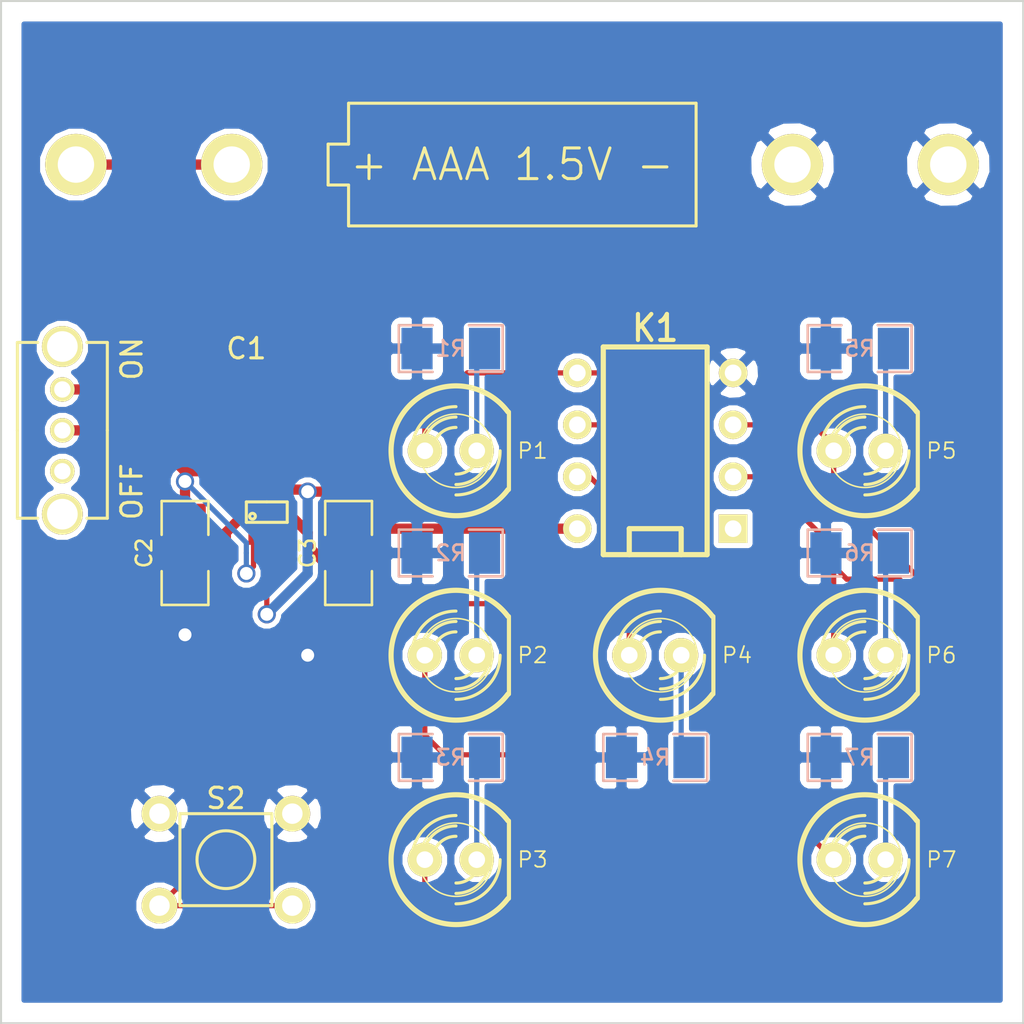
<source format=kicad_pcb>
(kicad_pcb (version 3) (host pcbnew "(2013-07-07 BZR 4022)-stable")

  (general
    (links 40)
    (no_connects 0)
    (area 229.671 93.949999 281.050001 144.050001)
    (thickness 1.6)
    (drawings 4)
    (tracks 113)
    (zones 0)
    (modules 22)
    (nets 18)
  )

  (page A3)
  (layers
    (15 F.Cu signal)
    (0 B.Cu signal hide)
    (16 B.Adhes user)
    (17 F.Adhes user)
    (18 B.Paste user)
    (19 F.Paste user)
    (20 B.SilkS user)
    (21 F.SilkS user)
    (22 B.Mask user)
    (23 F.Mask user)
    (24 Dwgs.User user)
    (25 Cmts.User user)
    (26 Eco1.User user)
    (27 Eco2.User user)
    (28 Edge.Cuts user)
  )

  (setup
    (last_trace_width 0.254)
    (user_trace_width 0.5)
    (trace_clearance 0.254)
    (zone_clearance 0.1)
    (zone_45_only no)
    (trace_min 0.254)
    (segment_width 0.2)
    (edge_width 0.1)
    (via_size 0.889)
    (via_drill 0.635)
    (via_min_size 0.889)
    (via_min_drill 0.508)
    (uvia_size 0.508)
    (uvia_drill 0.127)
    (uvias_allowed no)
    (uvia_min_size 0.508)
    (uvia_min_drill 0.127)
    (pcb_text_width 0.3)
    (pcb_text_size 1.5 1.5)
    (mod_edge_width 0.15)
    (mod_text_size 1 1)
    (mod_text_width 0.15)
    (pad_size 2 2)
    (pad_drill 1.5)
    (pad_to_mask_clearance 0)
    (aux_axis_origin 0 0)
    (visible_elements 7FFFFFFF)
    (pcbplotparams
      (layerselection 284196865)
      (usegerberextensions true)
      (excludeedgelayer true)
      (linewidth 0.150000)
      (plotframeref false)
      (viasonmask false)
      (mode 1)
      (useauxorigin false)
      (hpglpennumber 1)
      (hpglpenspeed 20)
      (hpglpendiameter 15)
      (hpglpenoverlay 2)
      (psnegative false)
      (psa4output false)
      (plotreference true)
      (plotvalue true)
      (plotothertext true)
      (plotinvisibletext false)
      (padsonsilk false)
      (subtractmaskfromsilk true)
      (outputformat 1)
      (mirror false)
      (drillshape 0)
      (scaleselection 1)
      (outputdirectory Gerber/))
  )

  (net 0 "")
  (net 1 GND)
  (net 2 N-000001)
  (net 3 N-0000010)
  (net 4 N-0000011)
  (net 5 N-0000012)
  (net 6 N-0000016)
  (net 7 N-0000017)
  (net 8 N-0000018)
  (net 9 N-000002)
  (net 10 N-000003)
  (net 11 N-000004)
  (net 12 N-000005)
  (net 13 N-000006)
  (net 14 N-000007)
  (net 15 N-000008)
  (net 16 N-000009)
  (net 17 VCC)

  (net_class Default "Dies ist die voreingestellte Netzklasse."
    (clearance 0.254)
    (trace_width 0.254)
    (via_dia 0.889)
    (via_drill 0.635)
    (uvia_dia 0.508)
    (uvia_drill 0.127)
    (add_net "")
    (add_net GND)
    (add_net N-000001)
    (add_net N-0000010)
    (add_net N-0000011)
    (add_net N-0000012)
    (add_net N-0000016)
    (add_net N-0000017)
    (add_net N-0000018)
    (add_net N-000002)
    (add_net N-000003)
    (add_net N-000004)
    (add_net N-000005)
    (add_net N-000006)
    (add_net N-000007)
    (add_net N-000008)
    (add_net N-000009)
    (add_net VCC)
  )

  (net_class Power ""
    (clearance 0.01)
    (trace_width 0.5)
    (via_dia 0.889)
    (via_drill 0.635)
    (uvia_dia 0.508)
    (uvia_drill 0.127)
  )

  (module SM1206 (layer B.Cu) (tedit 42806E24) (tstamp 546FB7A8)
    (at 253 111 180)
    (path /546CDDAA)
    (attr smd)
    (fp_text reference R1 (at 0 0 180) (layer B.SilkS)
      (effects (font (size 0.762 0.762) (thickness 0.127)) (justify mirror))
    )
    (fp_text value 600 (at 0 0 180) (layer B.SilkS) hide
      (effects (font (size 0.762 0.762) (thickness 0.127)) (justify mirror))
    )
    (fp_line (start -2.54 1.143) (end -2.54 -1.143) (layer B.SilkS) (width 0.127))
    (fp_line (start -2.54 -1.143) (end -0.889 -1.143) (layer B.SilkS) (width 0.127))
    (fp_line (start 0.889 1.143) (end 2.54 1.143) (layer B.SilkS) (width 0.127))
    (fp_line (start 2.54 1.143) (end 2.54 -1.143) (layer B.SilkS) (width 0.127))
    (fp_line (start 2.54 -1.143) (end 0.889 -1.143) (layer B.SilkS) (width 0.127))
    (fp_line (start -0.889 1.143) (end -2.54 1.143) (layer B.SilkS) (width 0.127))
    (pad 1 smd rect (at -1.651 0 180) (size 1.524 2.032)
      (layers B.Cu B.Paste B.Mask)
      (net 5 N-0000012)
    )
    (pad 2 smd rect (at 1.651 0 180) (size 1.524 2.032)
      (layers B.Cu B.Paste B.Mask)
      (net 1 GND)
    )
    (model smd/chip_cms.wrl
      (at (xyz 0 0 0))
      (scale (xyz 0.17 0.16 0.16))
      (rotate (xyz 0 0 0))
    )
  )

  (module SM1206 (layer F.Cu) (tedit 5470685D) (tstamp 546E06AC)
    (at 248 121 270)
    (path /546CF383)
    (attr smd)
    (fp_text reference C3 (at 0 2 270) (layer F.SilkS)
      (effects (font (size 0.762 0.762) (thickness 0.127)))
    )
    (fp_text value 10uF (at 0 0 270) (layer F.SilkS) hide
      (effects (font (size 0.762 0.762) (thickness 0.127)))
    )
    (fp_line (start -2.54 -1.143) (end -2.54 1.143) (layer F.SilkS) (width 0.127))
    (fp_line (start -2.54 1.143) (end -0.889 1.143) (layer F.SilkS) (width 0.127))
    (fp_line (start 0.889 -1.143) (end 2.54 -1.143) (layer F.SilkS) (width 0.127))
    (fp_line (start 2.54 -1.143) (end 2.54 1.143) (layer F.SilkS) (width 0.127))
    (fp_line (start 2.54 1.143) (end 0.889 1.143) (layer F.SilkS) (width 0.127))
    (fp_line (start -0.889 -1.143) (end -2.54 -1.143) (layer F.SilkS) (width 0.127))
    (pad 1 smd rect (at -1.651 0 270) (size 1.524 2.032)
      (layers F.Cu F.Paste F.Mask)
      (net 17 VCC)
    )
    (pad 2 smd rect (at 1.651 0 270) (size 1.524 2.032)
      (layers F.Cu F.Paste F.Mask)
      (net 1 GND)
    )
    (model smd/chip_cms.wrl
      (at (xyz 0 0 0))
      (scale (xyz 0.17 0.16 0.16))
      (rotate (xyz 0 0 0))
    )
  )

  (module SM1206 (layer F.Cu) (tedit 546E1A8D) (tstamp 546E06B8)
    (at 240 121 270)
    (path /546CF392)
    (attr smd)
    (fp_text reference C2 (at 0 2 270) (layer F.SilkS)
      (effects (font (size 0.762 0.762) (thickness 0.127)))
    )
    (fp_text value 10uF (at 0 0 270) (layer F.SilkS) hide
      (effects (font (size 0.762 0.762) (thickness 0.127)))
    )
    (fp_line (start -2.54 -1.143) (end -2.54 1.143) (layer F.SilkS) (width 0.127))
    (fp_line (start -2.54 1.143) (end -0.889 1.143) (layer F.SilkS) (width 0.127))
    (fp_line (start 0.889 -1.143) (end 2.54 -1.143) (layer F.SilkS) (width 0.127))
    (fp_line (start 2.54 -1.143) (end 2.54 1.143) (layer F.SilkS) (width 0.127))
    (fp_line (start 2.54 1.143) (end 0.889 1.143) (layer F.SilkS) (width 0.127))
    (fp_line (start -0.889 -1.143) (end -2.54 -1.143) (layer F.SilkS) (width 0.127))
    (pad 1 smd rect (at -1.651 0 270) (size 1.524 2.032)
      (layers F.Cu F.Paste F.Mask)
      (net 7 N-0000017)
    )
    (pad 2 smd rect (at 1.651 0 270) (size 1.524 2.032)
      (layers F.Cu F.Paste F.Mask)
      (net 1 GND)
    )
    (model smd/chip_cms.wrl
      (at (xyz 0 0 0))
      (scale (xyz 0.17 0.16 0.16))
      (rotate (xyz 0 0 0))
    )
  )

  (module SM1206 (layer B.Cu) (tedit 42806E24) (tstamp 546E06C4)
    (at 273 131 180)
    (path /546D02DE)
    (attr smd)
    (fp_text reference R7 (at 0 0 180) (layer B.SilkS)
      (effects (font (size 0.762 0.762) (thickness 0.127)) (justify mirror))
    )
    (fp_text value 600 (at 0 0 180) (layer B.SilkS) hide
      (effects (font (size 0.762 0.762) (thickness 0.127)) (justify mirror))
    )
    (fp_line (start -2.54 1.143) (end -2.54 -1.143) (layer B.SilkS) (width 0.127))
    (fp_line (start -2.54 -1.143) (end -0.889 -1.143) (layer B.SilkS) (width 0.127))
    (fp_line (start 0.889 1.143) (end 2.54 1.143) (layer B.SilkS) (width 0.127))
    (fp_line (start 2.54 1.143) (end 2.54 -1.143) (layer B.SilkS) (width 0.127))
    (fp_line (start 2.54 -1.143) (end 0.889 -1.143) (layer B.SilkS) (width 0.127))
    (fp_line (start -0.889 1.143) (end -2.54 1.143) (layer B.SilkS) (width 0.127))
    (pad 1 smd rect (at -1.651 0 180) (size 1.524 2.032)
      (layers B.Cu B.Paste B.Mask)
      (net 12 N-000005)
    )
    (pad 2 smd rect (at 1.651 0 180) (size 1.524 2.032)
      (layers B.Cu B.Paste B.Mask)
      (net 1 GND)
    )
    (model smd/chip_cms.wrl
      (at (xyz 0 0 0))
      (scale (xyz 0.17 0.16 0.16))
      (rotate (xyz 0 0 0))
    )
  )

  (module SM1206 (layer B.Cu) (tedit 42806E24) (tstamp 546E06D0)
    (at 253 121 180)
    (path /546D02B6)
    (attr smd)
    (fp_text reference R2 (at 0 0 180) (layer B.SilkS)
      (effects (font (size 0.762 0.762) (thickness 0.127)) (justify mirror))
    )
    (fp_text value 600 (at 0 0 180) (layer B.SilkS) hide
      (effects (font (size 0.762 0.762) (thickness 0.127)) (justify mirror))
    )
    (fp_line (start -2.54 1.143) (end -2.54 -1.143) (layer B.SilkS) (width 0.127))
    (fp_line (start -2.54 -1.143) (end -0.889 -1.143) (layer B.SilkS) (width 0.127))
    (fp_line (start 0.889 1.143) (end 2.54 1.143) (layer B.SilkS) (width 0.127))
    (fp_line (start 2.54 1.143) (end 2.54 -1.143) (layer B.SilkS) (width 0.127))
    (fp_line (start 2.54 -1.143) (end 0.889 -1.143) (layer B.SilkS) (width 0.127))
    (fp_line (start -0.889 1.143) (end -2.54 1.143) (layer B.SilkS) (width 0.127))
    (pad 1 smd rect (at -1.651 0 180) (size 1.524 2.032)
      (layers B.Cu B.Paste B.Mask)
      (net 15 N-000008)
    )
    (pad 2 smd rect (at 1.651 0 180) (size 1.524 2.032)
      (layers B.Cu B.Paste B.Mask)
      (net 1 GND)
    )
    (model smd/chip_cms.wrl
      (at (xyz 0 0 0))
      (scale (xyz 0.17 0.16 0.16))
      (rotate (xyz 0 0 0))
    )
  )

  (module SM1206 (layer B.Cu) (tedit 42806E24) (tstamp 546E06DC)
    (at 253 131 180)
    (path /546D02BC)
    (attr smd)
    (fp_text reference R3 (at 0 0 180) (layer B.SilkS)
      (effects (font (size 0.762 0.762) (thickness 0.127)) (justify mirror))
    )
    (fp_text value 600 (at 0 0 180) (layer B.SilkS) hide
      (effects (font (size 0.762 0.762) (thickness 0.127)) (justify mirror))
    )
    (fp_line (start -2.54 1.143) (end -2.54 -1.143) (layer B.SilkS) (width 0.127))
    (fp_line (start -2.54 -1.143) (end -0.889 -1.143) (layer B.SilkS) (width 0.127))
    (fp_line (start 0.889 1.143) (end 2.54 1.143) (layer B.SilkS) (width 0.127))
    (fp_line (start 2.54 1.143) (end 2.54 -1.143) (layer B.SilkS) (width 0.127))
    (fp_line (start 2.54 -1.143) (end 0.889 -1.143) (layer B.SilkS) (width 0.127))
    (fp_line (start -0.889 1.143) (end -2.54 1.143) (layer B.SilkS) (width 0.127))
    (pad 1 smd rect (at -1.651 0 180) (size 1.524 2.032)
      (layers B.Cu B.Paste B.Mask)
      (net 14 N-000007)
    )
    (pad 2 smd rect (at 1.651 0 180) (size 1.524 2.032)
      (layers B.Cu B.Paste B.Mask)
      (net 1 GND)
    )
    (model smd/chip_cms.wrl
      (at (xyz 0 0 0))
      (scale (xyz 0.17 0.16 0.16))
      (rotate (xyz 0 0 0))
    )
  )

  (module SM1206 (layer B.Cu) (tedit 42806E24) (tstamp 546E06E8)
    (at 263 131 180)
    (path /546D02C2)
    (attr smd)
    (fp_text reference R4 (at 0 0 180) (layer B.SilkS)
      (effects (font (size 0.762 0.762) (thickness 0.127)) (justify mirror))
    )
    (fp_text value 600 (at 0 0 180) (layer B.SilkS) hide
      (effects (font (size 0.762 0.762) (thickness 0.127)) (justify mirror))
    )
    (fp_line (start -2.54 1.143) (end -2.54 -1.143) (layer B.SilkS) (width 0.127))
    (fp_line (start -2.54 -1.143) (end -0.889 -1.143) (layer B.SilkS) (width 0.127))
    (fp_line (start 0.889 1.143) (end 2.54 1.143) (layer B.SilkS) (width 0.127))
    (fp_line (start 2.54 1.143) (end 2.54 -1.143) (layer B.SilkS) (width 0.127))
    (fp_line (start 2.54 -1.143) (end 0.889 -1.143) (layer B.SilkS) (width 0.127))
    (fp_line (start -0.889 1.143) (end -2.54 1.143) (layer B.SilkS) (width 0.127))
    (pad 1 smd rect (at -1.651 0 180) (size 1.524 2.032)
      (layers B.Cu B.Paste B.Mask)
      (net 16 N-000009)
    )
    (pad 2 smd rect (at 1.651 0 180) (size 1.524 2.032)
      (layers B.Cu B.Paste B.Mask)
      (net 1 GND)
    )
    (model smd/chip_cms.wrl
      (at (xyz 0 0 0))
      (scale (xyz 0.17 0.16 0.16))
      (rotate (xyz 0 0 0))
    )
  )

  (module SM1206 (layer B.Cu) (tedit 42806E24) (tstamp 546E06F4)
    (at 273 111 180)
    (path /546D02D2)
    (attr smd)
    (fp_text reference R5 (at 0 0 180) (layer B.SilkS)
      (effects (font (size 0.762 0.762) (thickness 0.127)) (justify mirror))
    )
    (fp_text value 600 (at 0 0 180) (layer B.SilkS) hide
      (effects (font (size 0.762 0.762) (thickness 0.127)) (justify mirror))
    )
    (fp_line (start -2.54 1.143) (end -2.54 -1.143) (layer B.SilkS) (width 0.127))
    (fp_line (start -2.54 -1.143) (end -0.889 -1.143) (layer B.SilkS) (width 0.127))
    (fp_line (start 0.889 1.143) (end 2.54 1.143) (layer B.SilkS) (width 0.127))
    (fp_line (start 2.54 1.143) (end 2.54 -1.143) (layer B.SilkS) (width 0.127))
    (fp_line (start 2.54 -1.143) (end 0.889 -1.143) (layer B.SilkS) (width 0.127))
    (fp_line (start -0.889 1.143) (end -2.54 1.143) (layer B.SilkS) (width 0.127))
    (pad 1 smd rect (at -1.651 0 180) (size 1.524 2.032)
      (layers B.Cu B.Paste B.Mask)
      (net 3 N-0000010)
    )
    (pad 2 smd rect (at 1.651 0 180) (size 1.524 2.032)
      (layers B.Cu B.Paste B.Mask)
      (net 1 GND)
    )
    (model smd/chip_cms.wrl
      (at (xyz 0 0 0))
      (scale (xyz 0.17 0.16 0.16))
      (rotate (xyz 0 0 0))
    )
  )

  (module SM1206 (layer B.Cu) (tedit 42806E24) (tstamp 546E0700)
    (at 273 121 180)
    (path /546D02D8)
    (attr smd)
    (fp_text reference R6 (at 0 0 180) (layer B.SilkS)
      (effects (font (size 0.762 0.762) (thickness 0.127)) (justify mirror))
    )
    (fp_text value 600 (at 0 0 180) (layer B.SilkS) hide
      (effects (font (size 0.762 0.762) (thickness 0.127)) (justify mirror))
    )
    (fp_line (start -2.54 1.143) (end -2.54 -1.143) (layer B.SilkS) (width 0.127))
    (fp_line (start -2.54 -1.143) (end -0.889 -1.143) (layer B.SilkS) (width 0.127))
    (fp_line (start 0.889 1.143) (end 2.54 1.143) (layer B.SilkS) (width 0.127))
    (fp_line (start 2.54 1.143) (end 2.54 -1.143) (layer B.SilkS) (width 0.127))
    (fp_line (start 2.54 -1.143) (end 0.889 -1.143) (layer B.SilkS) (width 0.127))
    (fp_line (start -0.889 1.143) (end -2.54 1.143) (layer B.SilkS) (width 0.127))
    (pad 1 smd rect (at -1.651 0 180) (size 1.524 2.032)
      (layers B.Cu B.Paste B.Mask)
      (net 4 N-0000011)
    )
    (pad 2 smd rect (at 1.651 0 180) (size 1.524 2.032)
      (layers B.Cu B.Paste B.Mask)
      (net 1 GND)
    )
    (model smd/chip_cms.wrl
      (at (xyz 0 0 0))
      (scale (xyz 0.17 0.16 0.16))
      (rotate (xyz 0 0 0))
    )
  )

  (module LED-5MM (layer F.Cu) (tedit 5470682F) (tstamp 546E070F)
    (at 273 136)
    (descr "LED 5mm - Lead pitch 100mil (2,54mm)")
    (tags "LED led 5mm 5MM 100mil 2,54mm")
    (path /546D030E)
    (fp_text reference P7 (at 4 0) (layer F.SilkS)
      (effects (font (size 0.762 0.762) (thickness 0.0889)))
    )
    (fp_text value LED (at 0 3.81) (layer F.SilkS) hide
      (effects (font (size 0.762 0.762) (thickness 0.0889)))
    )
    (fp_line (start 2.8448 1.905) (end 2.8448 -1.905) (layer F.SilkS) (width 0.2032))
    (fp_circle (center 0.254 0) (end -1.016 1.27) (layer F.SilkS) (width 0.0762))
    (fp_arc (start 0.254 0) (end 2.794 1.905) (angle 286.2) (layer F.SilkS) (width 0.254))
    (fp_arc (start 0.254 0) (end -0.889 0) (angle 90) (layer F.SilkS) (width 0.1524))
    (fp_arc (start 0.254 0) (end 1.397 0) (angle 90) (layer F.SilkS) (width 0.1524))
    (fp_arc (start 0.254 0) (end -1.397 0) (angle 90) (layer F.SilkS) (width 0.1524))
    (fp_arc (start 0.254 0) (end 1.905 0) (angle 90) (layer F.SilkS) (width 0.1524))
    (fp_arc (start 0.254 0) (end -1.905 0) (angle 90) (layer F.SilkS) (width 0.1524))
    (fp_arc (start 0.254 0) (end 2.413 0) (angle 90) (layer F.SilkS) (width 0.1524))
    (pad 1 thru_hole circle (at -1.27 0) (size 1.6764 1.6764) (drill 0.8128)
      (layers *.Cu *.Mask F.SilkS)
      (net 11 N-000004)
    )
    (pad 2 thru_hole circle (at 1.27 0) (size 1.6764 1.6764) (drill 0.8128)
      (layers *.Cu *.Mask F.SilkS)
      (net 12 N-000005)
    )
    (model discret/leds/led5_vertical_verde.wrl
      (at (xyz 0 0 0))
      (scale (xyz 1 1 1))
      (rotate (xyz 0 0 0))
    )
  )

  (module LED-5MM (layer F.Cu) (tedit 54706837) (tstamp 546E071E)
    (at 273 126)
    (descr "LED 5mm - Lead pitch 100mil (2,54mm)")
    (tags "LED led 5mm 5MM 100mil 2,54mm")
    (path /546D0308)
    (fp_text reference P6 (at 4 0) (layer F.SilkS)
      (effects (font (size 0.762 0.762) (thickness 0.0889)))
    )
    (fp_text value LED (at 0 3.81) (layer F.SilkS) hide
      (effects (font (size 0.762 0.762) (thickness 0.0889)))
    )
    (fp_line (start 2.8448 1.905) (end 2.8448 -1.905) (layer F.SilkS) (width 0.2032))
    (fp_circle (center 0.254 0) (end -1.016 1.27) (layer F.SilkS) (width 0.0762))
    (fp_arc (start 0.254 0) (end 2.794 1.905) (angle 286.2) (layer F.SilkS) (width 0.254))
    (fp_arc (start 0.254 0) (end -0.889 0) (angle 90) (layer F.SilkS) (width 0.1524))
    (fp_arc (start 0.254 0) (end 1.397 0) (angle 90) (layer F.SilkS) (width 0.1524))
    (fp_arc (start 0.254 0) (end -1.397 0) (angle 90) (layer F.SilkS) (width 0.1524))
    (fp_arc (start 0.254 0) (end 1.905 0) (angle 90) (layer F.SilkS) (width 0.1524))
    (fp_arc (start 0.254 0) (end -1.905 0) (angle 90) (layer F.SilkS) (width 0.1524))
    (fp_arc (start 0.254 0) (end 2.413 0) (angle 90) (layer F.SilkS) (width 0.1524))
    (pad 1 thru_hole circle (at -1.27 0) (size 1.6764 1.6764) (drill 0.8128)
      (layers *.Cu *.Mask F.SilkS)
      (net 2 N-000001)
    )
    (pad 2 thru_hole circle (at 1.27 0) (size 1.6764 1.6764) (drill 0.8128)
      (layers *.Cu *.Mask F.SilkS)
      (net 4 N-0000011)
    )
    (model discret/leds/led5_vertical_verde.wrl
      (at (xyz 0 0 0))
      (scale (xyz 1 1 1))
      (rotate (xyz 0 0 0))
    )
  )

  (module LED-5MM (layer F.Cu) (tedit 54706840) (tstamp 546E072D)
    (at 273 116)
    (descr "LED 5mm - Lead pitch 100mil (2,54mm)")
    (tags "LED led 5mm 5MM 100mil 2,54mm")
    (path /546D0302)
    (fp_text reference P5 (at 4 0) (layer F.SilkS)
      (effects (font (size 0.762 0.762) (thickness 0.0889)))
    )
    (fp_text value LED (at 0 3.81) (layer F.SilkS) hide
      (effects (font (size 0.762 0.762) (thickness 0.0889)))
    )
    (fp_line (start 2.8448 1.905) (end 2.8448 -1.905) (layer F.SilkS) (width 0.2032))
    (fp_circle (center 0.254 0) (end -1.016 1.27) (layer F.SilkS) (width 0.0762))
    (fp_arc (start 0.254 0) (end 2.794 1.905) (angle 286.2) (layer F.SilkS) (width 0.254))
    (fp_arc (start 0.254 0) (end -0.889 0) (angle 90) (layer F.SilkS) (width 0.1524))
    (fp_arc (start 0.254 0) (end 1.397 0) (angle 90) (layer F.SilkS) (width 0.1524))
    (fp_arc (start 0.254 0) (end -1.397 0) (angle 90) (layer F.SilkS) (width 0.1524))
    (fp_arc (start 0.254 0) (end 1.905 0) (angle 90) (layer F.SilkS) (width 0.1524))
    (fp_arc (start 0.254 0) (end -1.905 0) (angle 90) (layer F.SilkS) (width 0.1524))
    (fp_arc (start 0.254 0) (end 2.413 0) (angle 90) (layer F.SilkS) (width 0.1524))
    (pad 1 thru_hole circle (at -1.27 0) (size 1.6764 1.6764) (drill 0.8128)
      (layers *.Cu *.Mask F.SilkS)
      (net 9 N-000002)
    )
    (pad 2 thru_hole circle (at 1.27 0) (size 1.6764 1.6764) (drill 0.8128)
      (layers *.Cu *.Mask F.SilkS)
      (net 3 N-0000010)
    )
    (model discret/leds/led5_vertical_verde.wrl
      (at (xyz 0 0 0))
      (scale (xyz 1 1 1))
      (rotate (xyz 0 0 0))
    )
  )

  (module LED-5MM (layer F.Cu) (tedit 54706852) (tstamp 546E073C)
    (at 263 126)
    (descr "LED 5mm - Lead pitch 100mil (2,54mm)")
    (tags "LED led 5mm 5MM 100mil 2,54mm")
    (path /546D02FC)
    (fp_text reference P4 (at 4 0) (layer F.SilkS)
      (effects (font (size 0.762 0.762) (thickness 0.0889)))
    )
    (fp_text value LED (at 0 3.81) (layer F.SilkS) hide
      (effects (font (size 0.762 0.762) (thickness 0.0889)))
    )
    (fp_line (start 2.8448 1.905) (end 2.8448 -1.905) (layer F.SilkS) (width 0.2032))
    (fp_circle (center 0.254 0) (end -1.016 1.27) (layer F.SilkS) (width 0.0762))
    (fp_arc (start 0.254 0) (end 2.794 1.905) (angle 286.2) (layer F.SilkS) (width 0.254))
    (fp_arc (start 0.254 0) (end -0.889 0) (angle 90) (layer F.SilkS) (width 0.1524))
    (fp_arc (start 0.254 0) (end 1.397 0) (angle 90) (layer F.SilkS) (width 0.1524))
    (fp_arc (start 0.254 0) (end -1.397 0) (angle 90) (layer F.SilkS) (width 0.1524))
    (fp_arc (start 0.254 0) (end 1.905 0) (angle 90) (layer F.SilkS) (width 0.1524))
    (fp_arc (start 0.254 0) (end -1.905 0) (angle 90) (layer F.SilkS) (width 0.1524))
    (fp_arc (start 0.254 0) (end 2.413 0) (angle 90) (layer F.SilkS) (width 0.1524))
    (pad 1 thru_hole circle (at -1.27 0) (size 1.6764 1.6764) (drill 0.8128)
      (layers *.Cu *.Mask F.SilkS)
      (net 10 N-000003)
    )
    (pad 2 thru_hole circle (at 1.27 0) (size 1.6764 1.6764) (drill 0.8128)
      (layers *.Cu *.Mask F.SilkS)
      (net 16 N-000009)
    )
    (model discret/leds/led5_vertical_verde.wrl
      (at (xyz 0 0 0))
      (scale (xyz 1 1 1))
      (rotate (xyz 0 0 0))
    )
  )

  (module LED-5MM (layer F.Cu) (tedit 54706825) (tstamp 546E074B)
    (at 253 136)
    (descr "LED 5mm - Lead pitch 100mil (2,54mm)")
    (tags "LED led 5mm 5MM 100mil 2,54mm")
    (path /546D02F6)
    (fp_text reference P3 (at 4 0) (layer F.SilkS)
      (effects (font (size 0.762 0.762) (thickness 0.0889)))
    )
    (fp_text value LED (at 0 3.81) (layer F.SilkS) hide
      (effects (font (size 0.762 0.762) (thickness 0.0889)))
    )
    (fp_line (start 2.8448 1.905) (end 2.8448 -1.905) (layer F.SilkS) (width 0.2032))
    (fp_circle (center 0.254 0) (end -1.016 1.27) (layer F.SilkS) (width 0.0762))
    (fp_arc (start 0.254 0) (end 2.794 1.905) (angle 286.2) (layer F.SilkS) (width 0.254))
    (fp_arc (start 0.254 0) (end -0.889 0) (angle 90) (layer F.SilkS) (width 0.1524))
    (fp_arc (start 0.254 0) (end 1.397 0) (angle 90) (layer F.SilkS) (width 0.1524))
    (fp_arc (start 0.254 0) (end -1.397 0) (angle 90) (layer F.SilkS) (width 0.1524))
    (fp_arc (start 0.254 0) (end 1.905 0) (angle 90) (layer F.SilkS) (width 0.1524))
    (fp_arc (start 0.254 0) (end -1.905 0) (angle 90) (layer F.SilkS) (width 0.1524))
    (fp_arc (start 0.254 0) (end 2.413 0) (angle 90) (layer F.SilkS) (width 0.1524))
    (pad 1 thru_hole circle (at -1.27 0) (size 1.6764 1.6764) (drill 0.8128)
      (layers *.Cu *.Mask F.SilkS)
      (net 9 N-000002)
    )
    (pad 2 thru_hole circle (at 1.27 0) (size 1.6764 1.6764) (drill 0.8128)
      (layers *.Cu *.Mask F.SilkS)
      (net 14 N-000007)
    )
    (model discret/leds/led5_vertical_verde.wrl
      (at (xyz 0 0 0))
      (scale (xyz 1 1 1))
      (rotate (xyz 0 0 0))
    )
  )

  (module LED-5MM (layer F.Cu) (tedit 54706848) (tstamp 546E075A)
    (at 253 126)
    (descr "LED 5mm - Lead pitch 100mil (2,54mm)")
    (tags "LED led 5mm 5MM 100mil 2,54mm")
    (path /546D02F0)
    (fp_text reference P2 (at 4 0) (layer F.SilkS)
      (effects (font (size 0.762 0.762) (thickness 0.0889)))
    )
    (fp_text value LED (at 0 3.81) (layer F.SilkS) hide
      (effects (font (size 0.762 0.762) (thickness 0.0889)))
    )
    (fp_line (start 2.8448 1.905) (end 2.8448 -1.905) (layer F.SilkS) (width 0.2032))
    (fp_circle (center 0.254 0) (end -1.016 1.27) (layer F.SilkS) (width 0.0762))
    (fp_arc (start 0.254 0) (end 2.794 1.905) (angle 286.2) (layer F.SilkS) (width 0.254))
    (fp_arc (start 0.254 0) (end -0.889 0) (angle 90) (layer F.SilkS) (width 0.1524))
    (fp_arc (start 0.254 0) (end 1.397 0) (angle 90) (layer F.SilkS) (width 0.1524))
    (fp_arc (start 0.254 0) (end -1.397 0) (angle 90) (layer F.SilkS) (width 0.1524))
    (fp_arc (start 0.254 0) (end 1.905 0) (angle 90) (layer F.SilkS) (width 0.1524))
    (fp_arc (start 0.254 0) (end -1.905 0) (angle 90) (layer F.SilkS) (width 0.1524))
    (fp_arc (start 0.254 0) (end 2.413 0) (angle 90) (layer F.SilkS) (width 0.1524))
    (pad 1 thru_hole circle (at -1.27 0) (size 1.6764 1.6764) (drill 0.8128)
      (layers *.Cu *.Mask F.SilkS)
      (net 2 N-000001)
    )
    (pad 2 thru_hole circle (at 1.27 0) (size 1.6764 1.6764) (drill 0.8128)
      (layers *.Cu *.Mask F.SilkS)
      (net 15 N-000008)
    )
    (model discret/leds/led5_vertical_verde.wrl
      (at (xyz 0 0 0))
      (scale (xyz 1 1 1))
      (rotate (xyz 0 0 0))
    )
  )

  (module LED-5MM (layer F.Cu) (tedit 5470684B) (tstamp 546E0769)
    (at 253 116)
    (descr "LED 5mm - Lead pitch 100mil (2,54mm)")
    (tags "LED led 5mm 5MM 100mil 2,54mm")
    (path /546CDD41)
    (fp_text reference P1 (at 4 0) (layer F.SilkS)
      (effects (font (size 0.762 0.762) (thickness 0.0889)))
    )
    (fp_text value LED (at 0 3.81) (layer F.SilkS) hide
      (effects (font (size 0.762 0.762) (thickness 0.0889)))
    )
    (fp_line (start 2.8448 1.905) (end 2.8448 -1.905) (layer F.SilkS) (width 0.2032))
    (fp_circle (center 0.254 0) (end -1.016 1.27) (layer F.SilkS) (width 0.0762))
    (fp_arc (start 0.254 0) (end 2.794 1.905) (angle 286.2) (layer F.SilkS) (width 0.254))
    (fp_arc (start 0.254 0) (end -0.889 0) (angle 90) (layer F.SilkS) (width 0.1524))
    (fp_arc (start 0.254 0) (end 1.397 0) (angle 90) (layer F.SilkS) (width 0.1524))
    (fp_arc (start 0.254 0) (end -1.397 0) (angle 90) (layer F.SilkS) (width 0.1524))
    (fp_arc (start 0.254 0) (end 1.905 0) (angle 90) (layer F.SilkS) (width 0.1524))
    (fp_arc (start 0.254 0) (end -1.905 0) (angle 90) (layer F.SilkS) (width 0.1524))
    (fp_arc (start 0.254 0) (end 2.413 0) (angle 90) (layer F.SilkS) (width 0.1524))
    (pad 1 thru_hole circle (at -1.27 0) (size 1.6764 1.6764) (drill 0.8128)
      (layers *.Cu *.Mask F.SilkS)
      (net 11 N-000004)
    )
    (pad 2 thru_hole circle (at 1.27 0) (size 1.6764 1.6764) (drill 0.8128)
      (layers *.Cu *.Mask F.SilkS)
      (net 5 N-0000012)
    )
    (model discret/leds/led5_vertical_verde.wrl
      (at (xyz 0 0 0))
      (scale (xyz 1 1 1))
      (rotate (xyz 0 0 0))
    )
  )

  (module TLV61224 (layer F.Cu) (tedit 546E1A86) (tstamp 546E0E4D)
    (at 244 119)
    (path /546CFA2E)
    (clearance 0.05)
    (fp_text reference T1 (at 0 3) (layer F.SilkS) hide
      (effects (font (size 1 1) (thickness 0.15)))
    )
    (fp_text value TLV61224 (at 0 -2.5) (layer F.SilkS) hide
      (effects (font (size 1 1) (thickness 0.15)))
    )
    (fp_circle (center -0.7 0.2) (end -0.6 0.3) (layer F.SilkS) (width 0.15))
    (fp_line (start -1 0.5) (end 1 0.5) (layer F.SilkS) (width 0.15))
    (fp_line (start 1 0.5) (end 1 -0.5) (layer F.SilkS) (width 0.15))
    (fp_line (start 1 -0.5) (end 0 -0.5) (layer F.SilkS) (width 0.15))
    (fp_line (start 0 -0.5) (end -1 -0.5) (layer F.SilkS) (width 0.15))
    (fp_line (start -1 -0.5) (end -1 0.5) (layer F.SilkS) (width 0.15))
    (pad 2 smd rect (at 0 1.1) (size 0.5 1)
      (layers F.Cu F.Paste F.Mask)
      (net 17 VCC)
    )
    (pad 3 smd rect (at 0.65 1.1) (size 0.5 1)
      (layers F.Cu F.Paste F.Mask)
      (net 1 GND)
    )
    (pad 1 smd rect (at -0.65 1.1) (size 0.5 1)
      (layers F.Cu F.Paste F.Mask)
      (net 7 N-0000017)
    )
    (pad 6 smd rect (at -0.65 -1.1) (size 0.5 1)
      (layers F.Cu F.Paste F.Mask)
      (net 7 N-0000017)
    )
    (pad 5 smd rect (at 0 -1.1) (size 0.5 1)
      (layers F.Cu F.Paste F.Mask)
      (net 6 N-0000016)
    )
    (pad 4 smd rect (at 0.65 -1.1) (size 0.5 1)
      (layers F.Cu F.Paste F.Mask)
      (net 17 VCC)
    )
  )

  (module AAA_Clip (layer F.Cu) (tedit 546E10C3) (tstamp 546E11FE)
    (at 256 102)
    (path /546CF374)
    (fp_text reference G1 (at 0 -5) (layer F.SilkS) hide
      (effects (font (size 1 1) (thickness 0.15)))
    )
    (fp_text value "AAA 1.5V" (at 0 5) (layer F.SilkS) hide
      (effects (font (size 1 1) (thickness 0.15)))
    )
    (fp_text user - (at 7 0) (layer F.SilkS)
      (effects (font (size 1.5 1.5) (thickness 0.15)))
    )
    (fp_text user + (at -7 0) (layer F.SilkS)
      (effects (font (size 1.5 1.5) (thickness 0.15)))
    )
    (fp_text user "AAA 1.5V" (at 0 0) (layer F.SilkS)
      (effects (font (size 1.5 1.5) (thickness 0.15)))
    )
    (fp_line (start -9 1) (end -9 -1) (layer F.SilkS) (width 0.15))
    (fp_line (start -9 -1) (end -8 -1) (layer F.SilkS) (width 0.15))
    (fp_line (start -8 -1) (end -8 -3) (layer F.SilkS) (width 0.15))
    (fp_line (start -8 -3) (end 9 -3) (layer F.SilkS) (width 0.15))
    (fp_line (start 9 -3) (end 9 3) (layer F.SilkS) (width 0.15))
    (fp_line (start 9 3) (end -8 3) (layer F.SilkS) (width 0.15))
    (fp_line (start -8 3) (end -8 1) (layer F.SilkS) (width 0.15))
    (fp_line (start -8 1) (end -9 1) (layer F.SilkS) (width 0.15))
    (pad 1 thru_hole circle (at -13.715 0) (size 3 3) (drill 1.78)
      (layers *.Cu *.Mask F.SilkS)
      (net 8 N-0000018)
    )
    (pad 2 thru_hole circle (at 13.715 0) (size 3 3) (drill 1.78)
      (layers *.Cu *.Mask F.SilkS)
      (net 1 GND)
    )
    (pad 1 thru_hole circle (at -21.335 0) (size 3 3) (drill 1.78)
      (layers *.Cu *.Mask F.SilkS)
      (net 8 N-0000018)
    )
    (pad 2 thru_hole circle (at 21.335 0) (size 3 3) (drill 1.78)
      (layers *.Cu *.Mask F.SilkS)
      (net 1 GND)
    )
  )

  (module DIP-8__300 (layer F.Cu) (tedit 54706889) (tstamp 546E12BF)
    (at 263 116 90)
    (descr "8 pins DIL package, round pads")
    (tags DIL)
    (path /546CDD1B)
    (fp_text reference K1 (at 6 0 180) (layer F.SilkS)
      (effects (font (size 1.27 1.143) (thickness 0.2032)))
    )
    (fp_text value ATTINY85-P (at 0 0 90) (layer F.SilkS) hide
      (effects (font (size 1.27 1.016) (thickness 0.2032)))
    )
    (fp_line (start -5.08 -1.27) (end -3.81 -1.27) (layer F.SilkS) (width 0.254))
    (fp_line (start -3.81 -1.27) (end -3.81 1.27) (layer F.SilkS) (width 0.254))
    (fp_line (start -3.81 1.27) (end -5.08 1.27) (layer F.SilkS) (width 0.254))
    (fp_line (start -5.08 -2.54) (end 5.08 -2.54) (layer F.SilkS) (width 0.254))
    (fp_line (start 5.08 -2.54) (end 5.08 2.54) (layer F.SilkS) (width 0.254))
    (fp_line (start 5.08 2.54) (end -5.08 2.54) (layer F.SilkS) (width 0.254))
    (fp_line (start -5.08 2.54) (end -5.08 -2.54) (layer F.SilkS) (width 0.254))
    (pad 1 thru_hole rect (at -3.81 3.81 90) (size 1.397 1.397) (drill 0.8128)
      (layers *.Cu *.Mask F.SilkS)
    )
    (pad 2 thru_hole circle (at -1.27 3.81 90) (size 1.397 1.397) (drill 0.8128)
      (layers *.Cu *.Mask F.SilkS)
      (net 2 N-000001)
    )
    (pad 3 thru_hole circle (at 1.27 3.81 90) (size 1.397 1.397) (drill 0.8128)
      (layers *.Cu *.Mask F.SilkS)
      (net 9 N-000002)
    )
    (pad 4 thru_hole circle (at 3.81 3.81 90) (size 1.397 1.397) (drill 0.8128)
      (layers *.Cu *.Mask F.SilkS)
      (net 1 GND)
    )
    (pad 5 thru_hole circle (at 3.81 -3.81 90) (size 1.397 1.397) (drill 0.8128)
      (layers *.Cu *.Mask F.SilkS)
      (net 11 N-000004)
    )
    (pad 6 thru_hole circle (at 1.27 -3.81 90) (size 1.397 1.397) (drill 0.8128)
      (layers *.Cu *.Mask F.SilkS)
      (net 10 N-000003)
    )
    (pad 7 thru_hole circle (at -1.27 -3.81 90) (size 1.397 1.397) (drill 0.8128)
      (layers *.Cu *.Mask F.SilkS)
      (net 13 N-000006)
    )
    (pad 8 thru_hole circle (at -3.81 -3.81 90) (size 1.397 1.397) (drill 0.8128)
      (layers *.Cu *.Mask F.SilkS)
      (net 17 VCC)
    )
    (model dil/dil_8.wrl
      (at (xyz 0 0 0))
      (scale (xyz 1 1 1))
      (rotate (xyz 0 0 0))
    )
  )

  (module Bourns_inductor (layer F.Cu) (tedit 5470686E) (tstamp 546E14BC)
    (at 243 114)
    (path /546CF3A1)
    (fp_text reference C1 (at 0 -3) (layer F.SilkS)
      (effects (font (size 1 1) (thickness 0.15)))
    )
    (fp_text value 4.7uH (at 0 -6) (layer F.SilkS) hide
      (effects (font (size 1 1) (thickness 0.15)))
    )
    (pad 1 smd rect (at -1.755 0) (size 1.75 3.6)
      (layers F.Cu F.Paste F.Mask)
      (net 7 N-0000017)
    )
    (pad 2 smd rect (at 1.755 0) (size 1.75 3.6)
      (layers F.Cu F.Paste F.Mask)
      (net 6 N-0000016)
    )
  )

  (module Schurter_switch (layer F.Cu) (tedit 547067FF) (tstamp 546E19C7)
    (at 242 136)
    (path /546CF8CE)
    (fp_text reference S2 (at 0 -3) (layer F.SilkS)
      (effects (font (size 1 1) (thickness 0.15)))
    )
    (fp_text value SPST (at 0 4.25) (layer F.SilkS) hide
      (effects (font (size 1 1) (thickness 0.15)))
    )
    (fp_circle (center 0 0) (end 1 1) (layer F.SilkS) (width 0.15))
    (fp_line (start -2.25 -2.25) (end -2.25 2.25) (layer F.SilkS) (width 0.15))
    (fp_line (start -2.25 2.25) (end 2.25 2.25) (layer F.SilkS) (width 0.15))
    (fp_line (start 2.25 2.25) (end 2.25 -2.25) (layer F.SilkS) (width 0.15))
    (fp_line (start -2.25 -2.25) (end 2.25 -2.25) (layer F.SilkS) (width 0.15))
    (pad 2 thru_hole circle (at -3.25 2.25) (size 1.75 1.75) (drill 1)
      (layers *.Cu *.Mask F.SilkS)
      (net 13 N-000006)
    )
    (pad 1 thru_hole circle (at -3.25 -2.25) (size 1.75 1.75) (drill 1)
      (layers *.Cu *.Mask F.SilkS)
      (net 1 GND)
    )
    (pad 1 thru_hole circle (at 3.25 -2.25) (size 1.75 1.75) (drill 1)
      (layers *.Cu *.Mask F.SilkS)
      (net 1 GND)
    )
    (pad 2 thru_hole circle (at 3.25 2.25) (size 1.75 1.75) (drill 1)
      (layers *.Cu *.Mask F.SilkS)
      (net 13 N-000006)
    )
  )

  (module CK_schiebeschalter (layer F.Cu) (tedit 54706803) (tstamp 546E19DA)
    (at 234 115 270)
    (path /546CFF93)
    (fp_text reference S1 (at 0 -5.2 270) (layer F.SilkS) hide
      (effects (font (size 1 1) (thickness 0.15)))
    )
    (fp_text value SPDT (at 0 3.5 270) (layer F.SilkS) hide
      (effects (font (size 1 1) (thickness 0.15)))
    )
    (fp_text user OFF (at 3 -3.4 270) (layer F.SilkS)
      (effects (font (size 1 1) (thickness 0.15)))
    )
    (fp_text user ON (at -3.5 -3.4 270) (layer F.SilkS)
      (effects (font (size 1 1) (thickness 0.15)))
    )
    (fp_line (start 0 -2.2) (end -4.3 -2.2) (layer F.SilkS) (width 0.15))
    (fp_line (start -4.3 -2.2) (end -4.3 -1.2) (layer F.SilkS) (width 0.15))
    (fp_line (start 0 2.2) (end -4.3 2.2) (layer F.SilkS) (width 0.15))
    (fp_line (start -4.3 2.2) (end -4.3 1.2) (layer F.SilkS) (width 0.15))
    (fp_line (start 0 2.2) (end 4.3 2.2) (layer F.SilkS) (width 0.15))
    (fp_line (start 4.3 2.2) (end 4.3 1.2) (layer F.SilkS) (width 0.15))
    (fp_line (start 0 -2.2) (end 4.3 -2.2) (layer F.SilkS) (width 0.15))
    (fp_line (start 4.3 -2.2) (end 4.3 -1.2) (layer F.SilkS) (width 0.15))
    (pad 2 thru_hole circle (at 0 0 270) (size 1.2 1.2) (drill 0.8)
      (layers *.Cu *.Mask F.SilkS)
      (net 7 N-0000017)
    )
    (pad 3 thru_hole circle (at 2 0 270) (size 1.2 1.2) (drill 0.8)
      (layers *.Cu *.Mask F.SilkS)
    )
    (pad "" thru_hole circle (at 4.1 0 270) (size 2 2) (drill 1.5)
      (layers *.Cu *.Mask F.SilkS)
    )
    (pad "" thru_hole circle (at -4.1 0 270) (size 2 2) (drill 1.5)
      (layers *.Cu *.Mask F.SilkS)
    )
    (pad 1 thru_hole circle (at -2 0 270) (size 1.2 1.2) (drill 0.8)
      (layers *.Cu *.Mask F.SilkS)
      (net 8 N-0000018)
    )
  )

  (gr_line (start 231 94) (end 231 144) (angle 90) (layer Edge.Cuts) (width 0.1))
  (gr_line (start 281 94) (end 231 94) (angle 90) (layer Edge.Cuts) (width 0.1))
  (gr_line (start 281 144) (end 281 94) (angle 90) (layer Edge.Cuts) (width 0.1))
  (gr_line (start 231 144) (end 281 144) (angle 90) (layer Edge.Cuts) (width 0.1))

  (segment (start 244.65 120.1) (end 244.65 119) (width 0.5) (layer F.Cu) (net 1))
  (segment (start 244.65 119) (end 244 119) (width 0.5) (layer F.Cu) (net 1) (tstamp 5470716A))
  (segment (start 240 122.651) (end 240.349 122.651) (width 0.5) (layer F.Cu) (net 1))
  (segment (start 246 120.651) (end 248 122.651) (width 0.5) (layer F.Cu) (net 1) (tstamp 54707165))
  (segment (start 246 120) (end 246 120.651) (width 0.5) (layer F.Cu) (net 1) (tstamp 54707161))
  (segment (start 245 119) (end 246 120) (width 0.5) (layer F.Cu) (net 1) (tstamp 54707160))
  (segment (start 243 119) (end 244 119) (width 0.5) (layer F.Cu) (net 1) (tstamp 5470715F))
  (segment (start 244 119) (end 245 119) (width 0.5) (layer F.Cu) (net 1) (tstamp 54707170))
  (segment (start 242 120) (end 243 119) (width 0.5) (layer F.Cu) (net 1) (tstamp 5470715E))
  (segment (start 242 121) (end 242 120) (width 0.5) (layer F.Cu) (net 1) (tstamp 5470715D))
  (segment (start 240.349 122.651) (end 242 121) (width 0.5) (layer F.Cu) (net 1) (tstamp 54707159))
  (segment (start 248 122.651) (end 248 124) (width 0.5) (layer F.Cu) (net 1))
  (segment (start 248 124) (end 246 126) (width 0.5) (layer F.Cu) (net 1) (tstamp 546FB919))
  (via (at 246 126) (size 0.889) (layers F.Cu B.Cu) (net 1))
  (segment (start 240 122.651) (end 240 125) (width 0.5) (layer F.Cu) (net 1))
  (via (at 240 125) (size 0.889) (layers F.Cu B.Cu) (net 1))
  (segment (start 271.73 120.73) (end 271.73 121.64) (width 0.254) (layer F.Cu) (net 2))
  (segment (start 251.73 129.91) (end 251.73 126) (width 0.254) (layer F.Cu) (net 2) (tstamp 546FB679))
  (segment (start 252.69 130.87) (end 251.73 129.91) (width 0.254) (layer F.Cu) (net 2) (tstamp 546FB676))
  (segment (start 257.77 130.87) (end 252.69 130.87) (width 0.254) (layer F.Cu) (net 2) (tstamp 546FB674))
  (segment (start 266.6 139.7) (end 257.77 130.87) (width 0.254) (layer F.Cu) (net 2) (tstamp 546FB671))
  (segment (start 273.86 139.7) (end 266.6 139.7) (width 0.254) (layer F.Cu) (net 2) (tstamp 546FB66F))
  (segment (start 276.27 137.29) (end 273.86 139.7) (width 0.254) (layer F.Cu) (net 2) (tstamp 546FB66D))
  (segment (start 276.27 123.61) (end 276.27 137.29) (width 0.254) (layer F.Cu) (net 2) (tstamp 546FB668))
  (segment (start 274.94 122.28) (end 276.27 123.61) (width 0.254) (layer F.Cu) (net 2) (tstamp 546FB666))
  (segment (start 272.37 122.28) (end 274.94 122.28) (width 0.254) (layer F.Cu) (net 2) (tstamp 546FB663))
  (segment (start 271.73 121.64) (end 272.37 122.28) (width 0.254) (layer F.Cu) (net 2) (tstamp 546FB65A))
  (segment (start 266.81 117.27) (end 268.27 117.27) (width 0.254) (layer F.Cu) (net 2))
  (segment (start 271.73 120.73) (end 271.73 126) (width 0.254) (layer F.Cu) (net 2) (tstamp 546FB60B))
  (segment (start 268.27 117.27) (end 271.73 120.73) (width 0.254) (layer F.Cu) (net 2) (tstamp 546FB609))
  (segment (start 274.27 116) (end 274.27 111.381) (width 0.254) (layer B.Cu) (net 3))
  (segment (start 274.27 111.381) (end 274.651 111) (width 0.254) (layer B.Cu) (net 3) (tstamp 546FB8E7))
  (segment (start 274.27 126) (end 274.27 121.381) (width 0.254) (layer B.Cu) (net 4))
  (segment (start 274.27 121.381) (end 274.651 121) (width 0.254) (layer B.Cu) (net 4) (tstamp 546FB8E4))
  (segment (start 254.27 116) (end 254.27 111.381) (width 0.254) (layer B.Cu) (net 5))
  (segment (start 254.27 111.381) (end 254.651 111) (width 0.254) (layer B.Cu) (net 5) (tstamp 546FB8D3))
  (segment (start 244 117.9) (end 244 116) (width 0.5) (layer F.Cu) (net 6))
  (segment (start 244.755 115.245) (end 244.755 114) (width 0.5) (layer F.Cu) (net 6) (tstamp 5470718C))
  (segment (start 244 116) (end 244.755 115.245) (width 0.5) (layer F.Cu) (net 6) (tstamp 54707188))
  (segment (start 243.35 120.1) (end 243.35 121.65) (width 0.254) (layer F.Cu) (net 7))
  (via (at 240 117.5) (size 0.889) (layers F.Cu B.Cu) (net 7))
  (segment (start 243 120.5) (end 240 117.5) (width 0.254) (layer B.Cu) (net 7) (tstamp 547373FE))
  (segment (start 243 121) (end 243 120.5) (width 0.254) (layer B.Cu) (net 7) (tstamp 547373FD))
  (segment (start 243 122) (end 243 121) (width 0.254) (layer B.Cu) (net 7) (tstamp 547373FC))
  (via (at 243 122) (size 0.889) (layers F.Cu B.Cu) (net 7))
  (segment (start 243.35 121.65) (end 243 122) (width 0.254) (layer F.Cu) (net 7) (tstamp 547373F8))
  (segment (start 240 117) (end 242 117) (width 0.5) (layer F.Cu) (net 7))
  (segment (start 243.35 117.35) (end 243.35 117.9) (width 0.5) (layer F.Cu) (net 7) (tstamp 54707181))
  (segment (start 243 117) (end 243.35 117.35) (width 0.5) (layer F.Cu) (net 7) (tstamp 5470717E))
  (segment (start 242 117) (end 243 117) (width 0.5) (layer F.Cu) (net 7) (tstamp 5470717D))
  (segment (start 240 119.349) (end 240 118) (width 0.5) (layer F.Cu) (net 7))
  (segment (start 240 118) (end 240 117.5) (width 0.5) (layer F.Cu) (net 7) (tstamp 546E1F41))
  (segment (start 240 117.5) (end 240 117) (width 0.5) (layer F.Cu) (net 7) (tstamp 54737409))
  (segment (start 240 117) (end 238 115) (width 0.5) (layer F.Cu) (net 7) (tstamp 546E1F19))
  (segment (start 234 115) (end 238 115) (width 0.5) (layer F.Cu) (net 7))
  (segment (start 238 115) (end 240.245 115) (width 0.5) (layer F.Cu) (net 7) (tstamp 546E1F1E))
  (segment (start 240.245 115) (end 241.245 114) (width 0.5) (layer F.Cu) (net 7) (tstamp 546E1E97))
  (segment (start 234 113) (end 235.6 113) (width 0.5) (layer F.Cu) (net 8))
  (segment (start 238 110.6) (end 238 102) (width 0.5) (layer F.Cu) (net 8) (tstamp 546E1DFF))
  (segment (start 235.6 113) (end 238 110.6) (width 0.5) (layer F.Cu) (net 8) (tstamp 546E1DFC))
  (segment (start 234.665 102) (end 238 102) (width 0.5) (layer F.Cu) (net 8))
  (segment (start 238 102) (end 242.285 102) (width 0.5) (layer F.Cu) (net 8) (tstamp 546E1E05))
  (segment (start 251.73 136) (end 251.73 138.79) (width 0.254) (layer F.Cu) (net 9))
  (segment (start 271.73 118.06) (end 271.73 116) (width 0.254) (layer F.Cu) (net 9) (tstamp 546FB696))
  (segment (start 277 123.33) (end 271.73 118.06) (width 0.254) (layer F.Cu) (net 9) (tstamp 546FB692))
  (segment (start 277 137.74) (end 277 123.33) (width 0.254) (layer F.Cu) (net 9) (tstamp 546FB68D))
  (segment (start 274.09 140.65) (end 277 137.74) (width 0.254) (layer F.Cu) (net 9) (tstamp 546FB68B))
  (segment (start 253.59 140.65) (end 274.09 140.65) (width 0.254) (layer F.Cu) (net 9) (tstamp 546FB687))
  (segment (start 251.73 138.79) (end 253.59 140.65) (width 0.254) (layer F.Cu) (net 9) (tstamp 546FB680))
  (segment (start 271.73 116) (end 271.73 115.73) (width 0.254) (layer F.Cu) (net 9))
  (segment (start 270.73 114.73) (end 266.81 114.73) (width 0.254) (layer F.Cu) (net 9) (tstamp 546FB602))
  (segment (start 271.73 115.73) (end 270.73 114.73) (width 0.254) (layer F.Cu) (net 9) (tstamp 546FB5FE))
  (segment (start 259.19 114.73) (end 260.73 114.73) (width 0.254) (layer F.Cu) (net 10))
  (segment (start 261.73 115.73) (end 261.73 126) (width 0.254) (layer F.Cu) (net 10) (tstamp 546FB5C0))
  (segment (start 260.73 114.73) (end 261.73 115.73) (width 0.254) (layer F.Cu) (net 10) (tstamp 546FB5BD))
  (segment (start 259.19 112.19) (end 263.19 112.19) (width 0.254) (layer F.Cu) (net 11))
  (segment (start 268 132.27) (end 271.73 136) (width 0.254) (layer F.Cu) (net 11) (tstamp 546FB5E4))
  (segment (start 268 126) (end 268 132.27) (width 0.254) (layer F.Cu) (net 11) (tstamp 546FB5DF))
  (segment (start 264 122) (end 268 126) (width 0.254) (layer F.Cu) (net 11) (tstamp 546FB5DC))
  (segment (start 264 113) (end 264 122) (width 0.254) (layer F.Cu) (net 11) (tstamp 546FB5CF))
  (segment (start 263.19 112.19) (end 264 113) (width 0.254) (layer F.Cu) (net 11) (tstamp 546FB5C9))
  (segment (start 259.19 112.19) (end 253.81 112.19) (width 0.254) (layer F.Cu) (net 11))
  (segment (start 251.73 114.27) (end 251.73 116) (width 0.254) (layer F.Cu) (net 11) (tstamp 546FB5A8))
  (segment (start 253.81 112.19) (end 251.73 114.27) (width 0.254) (layer F.Cu) (net 11) (tstamp 546FB5A4))
  (segment (start 274.27 136) (end 274.27 131.381) (width 0.254) (layer B.Cu) (net 12))
  (segment (start 274.27 131.381) (end 274.651 131) (width 0.254) (layer B.Cu) (net 12) (tstamp 546FB8E1))
  (segment (start 245.25 138.25) (end 238.75 138.25) (width 0.254) (layer F.Cu) (net 13))
  (segment (start 259.19 117.27) (end 259.8 117.27) (width 0.254) (layer F.Cu) (net 13))
  (segment (start 242.39 134.61) (end 238.75 138.25) (width 0.254) (layer F.Cu) (net 13) (tstamp 546FB6CC))
  (segment (start 242.39 132.32) (end 242.39 134.61) (width 0.254) (layer F.Cu) (net 13) (tstamp 546FB6C6))
  (segment (start 251.23 123.48) (end 242.39 132.32) (width 0.254) (layer F.Cu) (net 13) (tstamp 546FB6C4))
  (segment (start 258.93 123.48) (end 251.23 123.48) (width 0.254) (layer F.Cu) (net 13) (tstamp 546FB6C1))
  (segment (start 260.76 121.65) (end 258.93 123.48) (width 0.254) (layer F.Cu) (net 13) (tstamp 546FB6BB))
  (segment (start 260.76 118.23) (end 260.76 121.65) (width 0.254) (layer F.Cu) (net 13) (tstamp 546FB6B8))
  (segment (start 259.8 117.27) (end 260.76 118.23) (width 0.254) (layer F.Cu) (net 13) (tstamp 546FB6B4))
  (segment (start 254.27 136) (end 254.27 131.381) (width 0.254) (layer B.Cu) (net 14))
  (segment (start 254.27 131.381) (end 254.651 131) (width 0.254) (layer B.Cu) (net 14) (tstamp 546FB8DB))
  (segment (start 254.27 126) (end 254.27 121.381) (width 0.254) (layer B.Cu) (net 15))
  (segment (start 254.27 121.381) (end 254.651 121) (width 0.254) (layer B.Cu) (net 15) (tstamp 546FB8D8))
  (segment (start 264.27 126) (end 264.27 130.619) (width 0.254) (layer B.Cu) (net 16))
  (segment (start 264.27 130.619) (end 264.651 131) (width 0.254) (layer B.Cu) (net 16) (tstamp 546FB8DE))
  (segment (start 244 120.1) (end 244 124) (width 0.254) (layer F.Cu) (net 17))
  (segment (start 246 122) (end 246 118) (width 0.5) (layer B.Cu) (net 17) (tstamp 546E208F))
  (segment (start 246 122) (end 244 124) (width 0.5) (layer B.Cu) (net 17) (tstamp 546E2090))
  (via (at 244 124) (size 0.889) (layers F.Cu B.Cu) (net 17))
  (via (at 246 118) (size 0.889) (layers F.Cu B.Cu) (net 17))
  (segment (start 244.65 117.9) (end 245.9 117.9) (width 0.5) (layer F.Cu) (net 17))
  (segment (start 245.9 117.9) (end 246 118) (width 0.5) (layer F.Cu) (net 17) (tstamp 54707192))
  (segment (start 259.19 119.81) (end 248.461 119.81) (width 0.5) (layer F.Cu) (net 17))
  (segment (start 248.461 119.81) (end 248 119.349) (width 0.5) (layer F.Cu) (net 17) (tstamp 546FB33D))
  (segment (start 248 119.349) (end 248 119) (width 0.5) (layer F.Cu) (net 17))
  (segment (start 247 118) (end 246 118) (width 0.5) (layer F.Cu) (net 17) (tstamp 546E1F9F))
  (segment (start 248 119) (end 247 118) (width 0.5) (layer F.Cu) (net 17) (tstamp 546E1F9C))

  (zone (net 1) (net_name GND) (layer B.Cu) (tstamp 546FB75C) (hatch edge 0.508)
    (connect_pads (clearance 0.1))
    (min_thickness 0.254)
    (fill (arc_segments 16) (thermal_gap 0.508) (thermal_bridge_width 0.508))
    (polygon
      (pts
        (xy 280 143) (xy 232 143) (xy 232 95) (xy 280 95)
      )
    )
    (filled_polygon
      (pts
        (xy 279.873 142.873) (xy 279.477723 142.873) (xy 279.477723 102.383813) (xy 279.461497 101.534613) (xy 279.167739 100.825418)
        (xy 278.848969 100.665636) (xy 278.669364 100.845241) (xy 278.669364 100.486031) (xy 278.509582 100.167261) (xy 277.718813 99.857277)
        (xy 276.869613 99.873503) (xy 276.160418 100.167261) (xy 276.000636 100.486031) (xy 277.335 101.820395) (xy 278.669364 100.486031)
        (xy 278.669364 100.845241) (xy 277.514605 102) (xy 278.848969 103.334364) (xy 279.167739 103.174582) (xy 279.477723 102.383813)
        (xy 279.477723 142.873) (xy 278.669364 142.873) (xy 278.669364 103.513969) (xy 277.335 102.179605) (xy 277.155395 102.35921)
        (xy 277.155395 102) (xy 275.821031 100.665636) (xy 275.502261 100.825418) (xy 275.192277 101.616187) (xy 275.208503 102.465387)
        (xy 275.502261 103.174582) (xy 275.821031 103.334364) (xy 277.155395 102) (xy 277.155395 102.35921) (xy 276.000636 103.513969)
        (xy 276.160418 103.832739) (xy 276.951187 104.142723) (xy 277.800387 104.126497) (xy 278.509582 103.832739) (xy 278.669364 103.513969)
        (xy 278.669364 142.873) (xy 275.794066 142.873) (xy 275.794066 131.940547) (xy 275.794066 129.908547) (xy 275.794066 121.940547)
        (xy 275.794066 119.908547) (xy 275.794066 111.940547) (xy 275.794066 109.908547) (xy 275.736184 109.768463) (xy 275.629101 109.661192)
        (xy 275.489118 109.603066) (xy 275.337547 109.602934) (xy 273.813547 109.602934) (xy 273.673463 109.660816) (xy 273.566192 109.767899)
        (xy 273.508066 109.907882) (xy 273.507934 110.059453) (xy 273.507934 112.091453) (xy 273.565816 112.231537) (xy 273.672899 112.338808)
        (xy 273.762 112.375805) (xy 273.762 114.890725) (xy 273.580281 114.96581) (xy 273.237016 115.308477) (xy 273.051013 115.756422)
        (xy 273.050589 116.24145) (xy 273.23581 116.689719) (xy 273.578477 117.032984) (xy 274.026422 117.218987) (xy 274.51145 117.219411)
        (xy 274.959719 117.03419) (xy 275.302984 116.691523) (xy 275.488987 116.243578) (xy 275.489411 115.75855) (xy 275.30419 115.310281)
        (xy 274.961523 114.967016) (xy 274.778 114.89081) (xy 274.778 112.397066) (xy 275.488453 112.397066) (xy 275.628537 112.339184)
        (xy 275.735808 112.232101) (xy 275.793934 112.092118) (xy 275.794066 111.940547) (xy 275.794066 119.908547) (xy 275.736184 119.768463)
        (xy 275.629101 119.661192) (xy 275.489118 119.603066) (xy 275.337547 119.602934) (xy 273.813547 119.602934) (xy 273.673463 119.660816)
        (xy 273.566192 119.767899) (xy 273.508066 119.907882) (xy 273.507934 120.059453) (xy 273.507934 122.091453) (xy 273.565816 122.231537)
        (xy 273.672899 122.338808) (xy 273.762 122.375805) (xy 273.762 124.890725) (xy 273.580281 124.96581) (xy 273.237016 125.308477)
        (xy 273.051013 125.756422) (xy 273.050589 126.24145) (xy 273.23581 126.689719) (xy 273.578477 127.032984) (xy 274.026422 127.218987)
        (xy 274.51145 127.219411) (xy 274.959719 127.03419) (xy 275.302984 126.691523) (xy 275.488987 126.243578) (xy 275.489411 125.75855)
        (xy 275.30419 125.310281) (xy 274.961523 124.967016) (xy 274.778 124.89081) (xy 274.778 122.397066) (xy 275.488453 122.397066)
        (xy 275.628537 122.339184) (xy 275.735808 122.232101) (xy 275.793934 122.092118) (xy 275.794066 121.940547) (xy 275.794066 129.908547)
        (xy 275.736184 129.768463) (xy 275.629101 129.661192) (xy 275.489118 129.603066) (xy 275.337547 129.602934) (xy 273.813547 129.602934)
        (xy 273.673463 129.660816) (xy 273.566192 129.767899) (xy 273.508066 129.907882) (xy 273.507934 130.059453) (xy 273.507934 132.091453)
        (xy 273.565816 132.231537) (xy 273.672899 132.338808) (xy 273.762 132.375805) (xy 273.762 134.890725) (xy 273.580281 134.96581)
        (xy 273.237016 135.308477) (xy 273.051013 135.756422) (xy 273.050589 136.24145) (xy 273.23581 136.689719) (xy 273.578477 137.032984)
        (xy 274.026422 137.218987) (xy 274.51145 137.219411) (xy 274.959719 137.03419) (xy 275.302984 136.691523) (xy 275.488987 136.243578)
        (xy 275.489411 135.75855) (xy 275.30419 135.310281) (xy 274.961523 134.967016) (xy 274.778 134.89081) (xy 274.778 132.397066)
        (xy 275.488453 132.397066) (xy 275.628537 132.339184) (xy 275.735808 132.232101) (xy 275.793934 132.092118) (xy 275.794066 131.940547)
        (xy 275.794066 142.873) (xy 272.949411 142.873) (xy 272.949411 135.75855) (xy 272.949411 125.75855) (xy 272.949411 115.75855)
        (xy 272.76419 115.310281) (xy 272.74611 115.292169) (xy 272.74611 111.890245) (xy 272.74611 110.109755) (xy 272.745889 109.857136)
        (xy 272.649013 109.623832) (xy 272.470229 109.445359) (xy 272.236755 109.34889) (xy 271.857723 109.348959) (xy 271.857723 102.383813)
        (xy 271.841497 101.534613) (xy 271.547739 100.825418) (xy 271.228969 100.665636) (xy 271.049364 100.845241) (xy 271.049364 100.486031)
        (xy 270.889582 100.167261) (xy 270.098813 99.857277) (xy 269.249613 99.873503) (xy 268.540418 100.167261) (xy 268.380636 100.486031)
        (xy 269.715 101.820395) (xy 271.049364 100.486031) (xy 271.049364 100.845241) (xy 269.894605 102) (xy 271.228969 103.334364)
        (xy 271.547739 103.174582) (xy 271.857723 102.383813) (xy 271.857723 109.348959) (xy 271.63475 109.349) (xy 271.476 109.50775)
        (xy 271.476 110.873) (xy 272.58725 110.873) (xy 272.746 110.71425) (xy 272.74611 110.109755) (xy 272.74611 111.890245)
        (xy 272.746 111.28575) (xy 272.58725 111.127) (xy 271.476 111.127) (xy 271.476 112.49225) (xy 271.63475 112.651)
        (xy 272.236755 112.65111) (xy 272.470229 112.554641) (xy 272.649013 112.376168) (xy 272.745889 112.142864) (xy 272.74611 111.890245)
        (xy 272.74611 115.292169) (xy 272.421523 114.967016) (xy 271.973578 114.781013) (xy 271.48855 114.780589) (xy 271.222 114.890725)
        (xy 271.222 112.49225) (xy 271.222 111.127) (xy 271.222 110.873) (xy 271.222 109.50775) (xy 271.06325 109.349)
        (xy 271.049364 109.348997) (xy 271.049364 103.513969) (xy 269.715 102.179605) (xy 269.535395 102.35921) (xy 269.535395 102)
        (xy 268.201031 100.665636) (xy 267.882261 100.825418) (xy 267.572277 101.616187) (xy 267.588503 102.465387) (xy 267.882261 103.174582)
        (xy 268.201031 103.334364) (xy 269.535395 102) (xy 269.535395 102.35921) (xy 268.380636 103.513969) (xy 268.540418 103.832739)
        (xy 269.331187 104.142723) (xy 270.180387 104.126497) (xy 270.889582 103.832739) (xy 271.049364 103.513969) (xy 271.049364 109.348997)
        (xy 270.461245 109.34889) (xy 270.227771 109.445359) (xy 270.048987 109.623832) (xy 269.952111 109.857136) (xy 269.95189 110.109755)
        (xy 269.952 110.71425) (xy 270.11075 110.873) (xy 271.222 110.873) (xy 271.222 111.127) (xy 270.11075 111.127)
        (xy 269.952 111.28575) (xy 269.95189 111.890245) (xy 269.952111 112.142864) (xy 270.048987 112.376168) (xy 270.227771 112.554641)
        (xy 270.461245 112.65111) (xy 271.06325 112.651) (xy 271.222 112.49225) (xy 271.222 114.890725) (xy 271.040281 114.96581)
        (xy 270.697016 115.308477) (xy 270.511013 115.756422) (xy 270.510589 116.24145) (xy 270.69581 116.689719) (xy 271.038477 117.032984)
        (xy 271.486422 117.218987) (xy 271.97145 117.219411) (xy 272.419719 117.03419) (xy 272.762984 116.691523) (xy 272.948987 116.243578)
        (xy 272.949411 115.75855) (xy 272.949411 125.75855) (xy 272.76419 125.310281) (xy 272.74611 125.292169) (xy 272.74611 121.890245)
        (xy 272.74611 120.109755) (xy 272.745889 119.857136) (xy 272.649013 119.623832) (xy 272.470229 119.445359) (xy 272.236755 119.34889)
        (xy 271.63475 119.349) (xy 271.476 119.50775) (xy 271.476 120.873) (xy 272.58725 120.873) (xy 272.746 120.71425)
        (xy 272.74611 120.109755) (xy 272.74611 121.890245) (xy 272.746 121.28575) (xy 272.58725 121.127) (xy 271.476 121.127)
        (xy 271.476 122.49225) (xy 271.63475 122.651) (xy 272.236755 122.65111) (xy 272.470229 122.554641) (xy 272.649013 122.376168)
        (xy 272.745889 122.142864) (xy 272.74611 121.890245) (xy 272.74611 125.292169) (xy 272.421523 124.967016) (xy 271.973578 124.781013)
        (xy 271.48855 124.780589) (xy 271.222 124.890725) (xy 271.222 122.49225) (xy 271.222 121.127) (xy 271.222 120.873)
        (xy 271.222 119.50775) (xy 271.06325 119.349) (xy 270.461245 119.34889) (xy 270.227771 119.445359) (xy 270.048987 119.623832)
        (xy 269.952111 119.857136) (xy 269.95189 120.109755) (xy 269.952 120.71425) (xy 270.11075 120.873) (xy 271.222 120.873)
        (xy 271.222 121.127) (xy 270.11075 121.127) (xy 269.952 121.28575) (xy 269.95189 121.890245) (xy 269.952111 122.142864)
        (xy 270.048987 122.376168) (xy 270.227771 122.554641) (xy 270.461245 122.65111) (xy 271.06325 122.651) (xy 271.222 122.49225)
        (xy 271.222 124.890725) (xy 271.040281 124.96581) (xy 270.697016 125.308477) (xy 270.511013 125.756422) (xy 270.510589 126.24145)
        (xy 270.69581 126.689719) (xy 271.038477 127.032984) (xy 271.486422 127.218987) (xy 271.97145 127.219411) (xy 272.419719 127.03419)
        (xy 272.762984 126.691523) (xy 272.948987 126.243578) (xy 272.949411 125.75855) (xy 272.949411 135.75855) (xy 272.76419 135.310281)
        (xy 272.74611 135.292169) (xy 272.74611 131.890245) (xy 272.74611 130.109755) (xy 272.745889 129.857136) (xy 272.649013 129.623832)
        (xy 272.470229 129.445359) (xy 272.236755 129.34889) (xy 271.63475 129.349) (xy 271.476 129.50775) (xy 271.476 130.873)
        (xy 272.58725 130.873) (xy 272.746 130.71425) (xy 272.74611 130.109755) (xy 272.74611 131.890245) (xy 272.746 131.28575)
        (xy 272.58725 131.127) (xy 271.476 131.127) (xy 271.476 132.49225) (xy 271.63475 132.651) (xy 272.236755 132.65111)
        (xy 272.470229 132.554641) (xy 272.649013 132.376168) (xy 272.745889 132.142864) (xy 272.74611 131.890245) (xy 272.74611 135.292169)
        (xy 272.421523 134.967016) (xy 271.973578 134.781013) (xy 271.48855 134.780589) (xy 271.222 134.890725) (xy 271.222 132.49225)
        (xy 271.222 131.127) (xy 271.222 130.873) (xy 271.222 129.50775) (xy 271.06325 129.349) (xy 270.461245 129.34889)
        (xy 270.227771 129.445359) (xy 270.048987 129.623832) (xy 269.952111 129.857136) (xy 269.95189 130.109755) (xy 269.952 130.71425)
        (xy 270.11075 130.873) (xy 271.222 130.873) (xy 271.222 131.127) (xy 270.11075 131.127) (xy 269.952 131.28575)
        (xy 269.95189 131.890245) (xy 269.952111 132.142864) (xy 270.048987 132.376168) (xy 270.227771 132.554641) (xy 270.461245 132.65111)
        (xy 271.06325 132.651) (xy 271.222 132.49225) (xy 271.222 134.890725) (xy 271.040281 134.96581) (xy 270.697016 135.308477)
        (xy 270.511013 135.756422) (xy 270.510589 136.24145) (xy 270.69581 136.689719) (xy 271.038477 137.032984) (xy 271.486422 137.218987)
        (xy 271.97145 137.219411) (xy 272.419719 137.03419) (xy 272.762984 136.691523) (xy 272.948987 136.243578) (xy 272.949411 135.75855)
        (xy 272.949411 142.873) (xy 268.155924 142.873) (xy 268.155924 112.38252) (xy 268.127146 111.852802) (xy 267.979798 111.497072)
        (xy 267.744186 111.435419) (xy 267.564581 111.615024) (xy 267.564581 111.255814) (xy 267.502928 111.020202) (xy 267.00252 110.844076)
        (xy 266.472802 110.872854) (xy 266.117072 111.020202) (xy 266.055419 111.255814) (xy 266.81 112.010395) (xy 267.564581 111.255814)
        (xy 267.564581 111.615024) (xy 266.989605 112.19) (xy 267.744186 112.944581) (xy 267.979798 112.882928) (xy 268.155924 112.38252)
        (xy 268.155924 142.873) (xy 267.889686 142.873) (xy 267.889686 117.056216) (xy 267.889686 114.516216) (xy 267.725689 114.119312)
        (xy 267.564581 113.957922) (xy 267.564581 113.124186) (xy 266.81 112.369605) (xy 266.630395 112.54921) (xy 266.630395 112.19)
        (xy 265.875814 111.435419) (xy 265.640202 111.497072) (xy 265.464076 111.99748) (xy 265.492854 112.527198) (xy 265.640202 112.882928)
        (xy 265.875814 112.944581) (xy 266.630395 112.19) (xy 266.630395 112.54921) (xy 266.055419 113.124186) (xy 266.117072 113.359798)
        (xy 266.61748 113.535924) (xy 267.147198 113.507146) (xy 267.502928 113.359798) (xy 267.564581 113.124186) (xy 267.564581 113.957922)
        (xy 267.422286 113.815379) (xy 267.025668 113.650688) (xy 266.596216 113.650314) (xy 266.199312 113.814311) (xy 265.895379 114.117714)
        (xy 265.730688 114.514332) (xy 265.730314 114.943784) (xy 265.894311 115.340688) (xy 266.197714 115.644621) (xy 266.594332 115.809312)
        (xy 267.023784 115.809686) (xy 267.420688 115.645689) (xy 267.724621 115.342286) (xy 267.889312 114.945668) (xy 267.889686 114.516216)
        (xy 267.889686 117.056216) (xy 267.725689 116.659312) (xy 267.422286 116.355379) (xy 267.025668 116.190688) (xy 266.596216 116.190314)
        (xy 266.199312 116.354311) (xy 265.895379 116.657714) (xy 265.730688 117.054332) (xy 265.730314 117.483784) (xy 265.894311 117.880688)
        (xy 266.197714 118.184621) (xy 266.594332 118.349312) (xy 267.023784 118.349686) (xy 267.420688 118.185689) (xy 267.724621 117.882286)
        (xy 267.889312 117.485668) (xy 267.889686 117.056216) (xy 267.889686 142.873) (xy 267.889566 142.873) (xy 267.889566 120.433047)
        (xy 267.889566 119.036047) (xy 267.831684 118.895963) (xy 267.724601 118.788692) (xy 267.584618 118.730566) (xy 267.433047 118.730434)
        (xy 266.036047 118.730434) (xy 265.895963 118.788316) (xy 265.788692 118.895399) (xy 265.730566 119.035382) (xy 265.730434 119.186953)
        (xy 265.730434 120.583953) (xy 265.788316 120.724037) (xy 265.895399 120.831308) (xy 266.035382 120.889434) (xy 266.186953 120.889566)
        (xy 267.583953 120.889566) (xy 267.724037 120.831684) (xy 267.831308 120.724601) (xy 267.889434 120.584618) (xy 267.889566 120.433047)
        (xy 267.889566 142.873) (xy 265.794066 142.873) (xy 265.794066 131.940547) (xy 265.794066 129.908547) (xy 265.736184 129.768463)
        (xy 265.629101 129.661192) (xy 265.489118 129.603066) (xy 265.337547 129.602934) (xy 264.778 129.602934) (xy 264.778 127.109274)
        (xy 264.959719 127.03419) (xy 265.302984 126.691523) (xy 265.488987 126.243578) (xy 265.489411 125.75855) (xy 265.30419 125.310281)
        (xy 264.961523 124.967016) (xy 264.513578 124.781013) (xy 264.02855 124.780589) (xy 263.580281 124.96581) (xy 263.237016 125.308477)
        (xy 263.051013 125.756422) (xy 263.050589 126.24145) (xy 263.23581 126.689719) (xy 263.578477 127.032984) (xy 263.762 127.109189)
        (xy 263.762 129.624232) (xy 263.673463 129.660816) (xy 263.566192 129.767899) (xy 263.508066 129.907882) (xy 263.507934 130.059453)
        (xy 263.507934 132.091453) (xy 263.565816 132.231537) (xy 263.672899 132.338808) (xy 263.812882 132.396934) (xy 263.964453 132.397066)
        (xy 265.488453 132.397066) (xy 265.628537 132.339184) (xy 265.735808 132.232101) (xy 265.793934 132.092118) (xy 265.794066 131.940547)
        (xy 265.794066 142.873) (xy 262.949411 142.873) (xy 262.949411 125.75855) (xy 262.76419 125.310281) (xy 262.421523 124.967016)
        (xy 261.973578 124.781013) (xy 261.48855 124.780589) (xy 261.040281 124.96581) (xy 260.697016 125.308477) (xy 260.511013 125.756422)
        (xy 260.510589 126.24145) (xy 260.69581 126.689719) (xy 261.038477 127.032984) (xy 261.486422 127.218987) (xy 261.97145 127.219411)
        (xy 262.419719 127.03419) (xy 262.762984 126.691523) (xy 262.948987 126.243578) (xy 262.949411 125.75855) (xy 262.949411 142.873)
        (xy 262.74611 142.873) (xy 262.74611 131.890245) (xy 262.74611 130.109755) (xy 262.745889 129.857136) (xy 262.649013 129.623832)
        (xy 262.470229 129.445359) (xy 262.236755 129.34889) (xy 261.63475 129.349) (xy 261.476 129.50775) (xy 261.476 130.873)
        (xy 262.58725 130.873) (xy 262.746 130.71425) (xy 262.74611 130.109755) (xy 262.74611 131.890245) (xy 262.746 131.28575)
        (xy 262.58725 131.127) (xy 261.476 131.127) (xy 261.476 132.49225) (xy 261.63475 132.651) (xy 262.236755 132.65111)
        (xy 262.470229 132.554641) (xy 262.649013 132.376168) (xy 262.745889 132.142864) (xy 262.74611 131.890245) (xy 262.74611 142.873)
        (xy 261.222 142.873) (xy 261.222 132.49225) (xy 261.222 131.127) (xy 261.222 130.873) (xy 261.222 129.50775)
        (xy 261.06325 129.349) (xy 260.461245 129.34889) (xy 260.269686 129.42804) (xy 260.269686 119.596216) (xy 260.269686 117.056216)
        (xy 260.269686 114.516216) (xy 260.269686 111.976216) (xy 260.105689 111.579312) (xy 259.802286 111.275379) (xy 259.405668 111.110688)
        (xy 258.976216 111.110314) (xy 258.579312 111.274311) (xy 258.275379 111.577714) (xy 258.110688 111.974332) (xy 258.110314 112.403784)
        (xy 258.274311 112.800688) (xy 258.577714 113.104621) (xy 258.974332 113.269312) (xy 259.403784 113.269686) (xy 259.800688 113.105689)
        (xy 260.104621 112.802286) (xy 260.269312 112.405668) (xy 260.269686 111.976216) (xy 260.269686 114.516216) (xy 260.105689 114.119312)
        (xy 259.802286 113.815379) (xy 259.405668 113.650688) (xy 258.976216 113.650314) (xy 258.579312 113.814311) (xy 258.275379 114.117714)
        (xy 258.110688 114.514332) (xy 258.110314 114.943784) (xy 258.274311 115.340688) (xy 258.577714 115.644621) (xy 258.974332 115.809312)
        (xy 259.403784 115.809686) (xy 259.800688 115.645689) (xy 260.104621 115.342286) (xy 260.269312 114.945668) (xy 260.269686 114.516216)
        (xy 260.269686 117.056216) (xy 260.105689 116.659312) (xy 259.802286 116.355379) (xy 259.405668 116.190688) (xy 258.976216 116.190314)
        (xy 258.579312 116.354311) (xy 258.275379 116.657714) (xy 258.110688 117.054332) (xy 258.110314 117.483784) (xy 258.274311 117.880688)
        (xy 258.577714 118.184621) (xy 258.974332 118.349312) (xy 259.403784 118.349686) (xy 259.800688 118.185689) (xy 260.104621 117.882286)
        (xy 260.269312 117.485668) (xy 260.269686 117.056216) (xy 260.269686 119.596216) (xy 260.105689 119.199312) (xy 259.802286 118.895379)
        (xy 259.405668 118.730688) (xy 258.976216 118.730314) (xy 258.579312 118.894311) (xy 258.275379 119.197714) (xy 258.110688 119.594332)
        (xy 258.110314 120.023784) (xy 258.274311 120.420688) (xy 258.577714 120.724621) (xy 258.974332 120.889312) (xy 259.403784 120.889686)
        (xy 259.800688 120.725689) (xy 260.104621 120.422286) (xy 260.269312 120.025668) (xy 260.269686 119.596216) (xy 260.269686 129.42804)
        (xy 260.227771 129.445359) (xy 260.048987 129.623832) (xy 259.952111 129.857136) (xy 259.95189 130.109755) (xy 259.952 130.71425)
        (xy 260.11075 130.873) (xy 261.222 130.873) (xy 261.222 131.127) (xy 260.11075 131.127) (xy 259.952 131.28575)
        (xy 259.95189 131.890245) (xy 259.952111 132.142864) (xy 260.048987 132.376168) (xy 260.227771 132.554641) (xy 260.461245 132.65111)
        (xy 261.06325 132.651) (xy 261.222 132.49225) (xy 261.222 142.873) (xy 255.794066 142.873) (xy 255.794066 131.940547)
        (xy 255.794066 129.908547) (xy 255.794066 121.940547) (xy 255.794066 119.908547) (xy 255.794066 111.940547) (xy 255.794066 109.908547)
        (xy 255.736184 109.768463) (xy 255.629101 109.661192) (xy 255.489118 109.603066) (xy 255.337547 109.602934) (xy 253.813547 109.602934)
        (xy 253.673463 109.660816) (xy 253.566192 109.767899) (xy 253.508066 109.907882) (xy 253.507934 110.059453) (xy 253.507934 112.091453)
        (xy 253.565816 112.231537) (xy 253.672899 112.338808) (xy 253.762 112.375805) (xy 253.762 114.890725) (xy 253.580281 114.96581)
        (xy 253.237016 115.308477) (xy 253.051013 115.756422) (xy 253.050589 116.24145) (xy 253.23581 116.689719) (xy 253.578477 117.032984)
        (xy 254.026422 117.218987) (xy 254.51145 117.219411) (xy 254.959719 117.03419) (xy 255.302984 116.691523) (xy 255.488987 116.243578)
        (xy 255.489411 115.75855) (xy 255.30419 115.310281) (xy 254.961523 114.967016) (xy 254.778 114.89081) (xy 254.778 112.397066)
        (xy 255.488453 112.397066) (xy 255.628537 112.339184) (xy 255.735808 112.232101) (xy 255.793934 112.092118) (xy 255.794066 111.940547)
        (xy 255.794066 119.908547) (xy 255.736184 119.768463) (xy 255.629101 119.661192) (xy 255.489118 119.603066) (xy 255.337547 119.602934)
        (xy 253.813547 119.602934) (xy 253.673463 119.660816) (xy 253.566192 119.767899) (xy 253.508066 119.907882) (xy 253.507934 120.059453)
        (xy 253.507934 122.091453) (xy 253.565816 122.231537) (xy 253.672899 122.338808) (xy 253.762 122.375805) (xy 253.762 124.890725)
        (xy 253.580281 124.96581) (xy 253.237016 125.308477) (xy 253.051013 125.756422) (xy 253.050589 126.24145) (xy 253.23581 126.689719)
        (xy 253.578477 127.032984) (xy 254.026422 127.218987) (xy 254.51145 127.219411) (xy 254.959719 127.03419) (xy 255.302984 126.691523)
        (xy 255.488987 126.243578) (xy 255.489411 125.75855) (xy 255.30419 125.310281) (xy 254.961523 124.967016) (xy 254.778 124.89081)
        (xy 254.778 122.397066) (xy 255.488453 122.397066) (xy 255.628537 122.339184) (xy 255.735808 122.232101) (xy 255.793934 122.092118)
        (xy 255.794066 121.940547) (xy 255.794066 129.908547) (xy 255.736184 129.768463) (xy 255.629101 129.661192) (xy 255.489118 129.603066)
        (xy 255.337547 129.602934) (xy 253.813547 129.602934) (xy 253.673463 129.660816) (xy 253.566192 129.767899) (xy 253.508066 129.907882)
        (xy 253.507934 130.059453) (xy 253.507934 132.091453) (xy 253.565816 132.231537) (xy 253.672899 132.338808) (xy 253.762 132.375805)
        (xy 253.762 134.890725) (xy 253.580281 134.96581) (xy 253.237016 135.308477) (xy 253.051013 135.756422) (xy 253.050589 136.24145)
        (xy 253.23581 136.689719) (xy 253.578477 137.032984) (xy 254.026422 137.218987) (xy 254.51145 137.219411) (xy 254.959719 137.03419)
        (xy 255.302984 136.691523) (xy 255.488987 136.243578) (xy 255.489411 135.75855) (xy 255.30419 135.310281) (xy 254.961523 134.967016)
        (xy 254.778 134.89081) (xy 254.778 132.397066) (xy 255.488453 132.397066) (xy 255.628537 132.339184) (xy 255.735808 132.232101)
        (xy 255.793934 132.092118) (xy 255.794066 131.940547) (xy 255.794066 142.873) (xy 252.949411 142.873) (xy 252.949411 135.75855)
        (xy 252.949411 125.75855) (xy 252.949411 115.75855) (xy 252.76419 115.310281) (xy 252.74611 115.292169) (xy 252.74611 111.890245)
        (xy 252.74611 110.109755) (xy 252.745889 109.857136) (xy 252.649013 109.623832) (xy 252.470229 109.445359) (xy 252.236755 109.34889)
        (xy 251.63475 109.349) (xy 251.476 109.50775) (xy 251.476 110.873) (xy 252.58725 110.873) (xy 252.746 110.71425)
        (xy 252.74611 110.109755) (xy 252.74611 111.890245) (xy 252.746 111.28575) (xy 252.58725 111.127) (xy 251.476 111.127)
        (xy 251.476 112.49225) (xy 251.63475 112.651) (xy 252.236755 112.65111) (xy 252.470229 112.554641) (xy 252.649013 112.376168)
        (xy 252.745889 112.142864) (xy 252.74611 111.890245) (xy 252.74611 115.292169) (xy 252.421523 114.967016) (xy 251.973578 114.781013)
        (xy 251.48855 114.780589) (xy 251.222 114.890725) (xy 251.222 112.49225) (xy 251.222 111.127) (xy 251.222 110.873)
        (xy 251.222 109.50775) (xy 251.06325 109.349) (xy 250.461245 109.34889) (xy 250.227771 109.445359) (xy 250.048987 109.623832)
        (xy 249.952111 109.857136) (xy 249.95189 110.109755) (xy 249.952 110.71425) (xy 250.11075 110.873) (xy 251.222 110.873)
        (xy 251.222 111.127) (xy 250.11075 111.127) (xy 249.952 111.28575) (xy 249.95189 111.890245) (xy 249.952111 112.142864)
        (xy 250.048987 112.376168) (xy 250.227771 112.554641) (xy 250.461245 112.65111) (xy 251.06325 112.651) (xy 251.222 112.49225)
        (xy 251.222 114.890725) (xy 251.040281 114.96581) (xy 250.697016 115.308477) (xy 250.511013 115.756422) (xy 250.510589 116.24145)
        (xy 250.69581 116.689719) (xy 251.038477 117.032984) (xy 251.486422 117.218987) (xy 251.97145 117.219411) (xy 252.419719 117.03419)
        (xy 252.762984 116.691523) (xy 252.948987 116.243578) (xy 252.949411 115.75855) (xy 252.949411 125.75855) (xy 252.76419 125.310281)
        (xy 252.74611 125.292169) (xy 252.74611 121.890245) (xy 252.74611 120.109755) (xy 252.745889 119.857136) (xy 252.649013 119.623832)
        (xy 252.470229 119.445359) (xy 252.236755 119.34889) (xy 251.63475 119.349) (xy 251.476 119.50775) (xy 251.476 120.873)
        (xy 252.58725 120.873) (xy 252.746 120.71425) (xy 252.74611 120.109755) (xy 252.74611 121.890245) (xy 252.746 121.28575)
        (xy 252.58725 121.127) (xy 251.476 121.127) (xy 251.476 122.49225) (xy 251.63475 122.651) (xy 252.236755 122.65111)
        (xy 252.470229 122.554641) (xy 252.649013 122.376168) (xy 252.745889 122.142864) (xy 252.74611 121.890245) (xy 252.74611 125.292169)
        (xy 252.421523 124.967016) (xy 251.973578 124.781013) (xy 251.48855 124.780589) (xy 251.222 124.890725) (xy 251.222 122.49225)
        (xy 251.222 121.127) (xy 251.222 120.873) (xy 251.222 119.50775) (xy 251.06325 119.349) (xy 250.461245 119.34889)
        (xy 250.227771 119.445359) (xy 250.048987 119.623832) (xy 249.952111 119.857136) (xy 249.95189 120.109755) (xy 249.952 120.71425)
        (xy 250.11075 120.873) (xy 251.222 120.873) (xy 251.222 121.127) (xy 250.11075 121.127) (xy 249.952 121.28575)
        (xy 249.95189 121.890245) (xy 249.952111 122.142864) (xy 250.048987 122.376168) (xy 250.227771 122.554641) (xy 250.461245 122.65111)
        (xy 251.06325 122.651) (xy 251.222 122.49225) (xy 251.222 124.890725) (xy 251.040281 124.96581) (xy 250.697016 125.308477)
        (xy 250.511013 125.756422) (xy 250.510589 126.24145) (xy 250.69581 126.689719) (xy 251.038477 127.032984) (xy 251.486422 127.218987)
        (xy 251.97145 127.219411) (xy 252.419719 127.03419) (xy 252.762984 126.691523) (xy 252.948987 126.243578) (xy 252.949411 125.75855)
        (xy 252.949411 135.75855) (xy 252.76419 135.310281) (xy 252.74611 135.292169) (xy 252.74611 131.890245) (xy 252.74611 130.109755)
        (xy 252.745889 129.857136) (xy 252.649013 129.623832) (xy 252.470229 129.445359) (xy 252.236755 129.34889) (xy 251.63475 129.349)
        (xy 251.476 129.50775) (xy 251.476 130.873) (xy 252.58725 130.873) (xy 252.746 130.71425) (xy 252.74611 130.109755)
        (xy 252.74611 131.890245) (xy 252.746 131.28575) (xy 252.58725 131.127) (xy 251.476 131.127) (xy 251.476 132.49225)
        (xy 251.63475 132.651) (xy 252.236755 132.65111) (xy 252.470229 132.554641) (xy 252.649013 132.376168) (xy 252.745889 132.142864)
        (xy 252.74611 131.890245) (xy 252.74611 135.292169) (xy 252.421523 134.967016) (xy 251.973578 134.781013) (xy 251.48855 134.780589)
        (xy 251.222 134.890725) (xy 251.222 132.49225) (xy 251.222 131.127) (xy 251.222 130.873) (xy 251.222 129.50775)
        (xy 251.06325 129.349) (xy 250.461245 129.34889) (xy 250.227771 129.445359) (xy 250.048987 129.623832) (xy 249.952111 129.857136)
        (xy 249.95189 130.109755) (xy 249.952 130.71425) (xy 250.11075 130.873) (xy 251.222 130.873) (xy 251.222 131.127)
        (xy 250.11075 131.127) (xy 249.952 131.28575) (xy 249.95189 131.890245) (xy 249.952111 132.142864) (xy 250.048987 132.376168)
        (xy 250.227771 132.554641) (xy 250.461245 132.65111) (xy 251.06325 132.651) (xy 251.222 132.49225) (xy 251.222 134.890725)
        (xy 251.040281 134.96581) (xy 250.697016 135.308477) (xy 250.511013 135.756422) (xy 250.510589 136.24145) (xy 250.69581 136.689719)
        (xy 251.038477 137.032984) (xy 251.486422 137.218987) (xy 251.97145 137.219411) (xy 252.419719 137.03419) (xy 252.762984 136.691523)
        (xy 252.948987 136.243578) (xy 252.949411 135.75855) (xy 252.949411 142.873) (xy 246.825643 142.873) (xy 246.825643 117.836518)
        (xy 246.700233 117.533002) (xy 246.468219 117.300583) (xy 246.164923 117.174643) (xy 245.836518 117.174357) (xy 245.533002 117.299767)
        (xy 245.300583 117.531781) (xy 245.174643 117.835077) (xy 245.174357 118.163482) (xy 245.299767 118.466998) (xy 245.369 118.536351)
        (xy 245.369 121.738632) (xy 244.166325 122.941306) (xy 244.166325 101.627488) (xy 243.880563 100.935892) (xy 243.351892 100.406296)
        (xy 242.660795 100.119328) (xy 241.912488 100.118675) (xy 241.220892 100.404437) (xy 240.691296 100.933108) (xy 240.404328 101.624205)
        (xy 240.403675 102.372512) (xy 240.689437 103.064108) (xy 241.218108 103.593704) (xy 241.909205 103.880672) (xy 242.657512 103.881325)
        (xy 243.349108 103.595563) (xy 243.878704 103.066892) (xy 244.165672 102.375795) (xy 244.166325 101.627488) (xy 244.166325 122.941306)
        (xy 243.93319 123.174441) (xy 243.836518 123.174357) (xy 243.825643 123.17885) (xy 243.825643 121.836518) (xy 243.700233 121.533002)
        (xy 243.508 121.340433) (xy 243.508 121) (xy 243.508 120.5) (xy 243.469331 120.305597) (xy 243.46933 120.305596)
        (xy 243.43279 120.25091) (xy 243.35921 120.14079) (xy 243.35921 120.140789) (xy 240.825407 117.606987) (xy 240.825643 117.336518)
        (xy 240.700233 117.033002) (xy 240.468219 116.800583) (xy 240.164923 116.674643) (xy 239.836518 116.674357) (xy 239.533002 116.799767)
        (xy 239.300583 117.031781) (xy 239.174643 117.335077) (xy 239.174357 117.663482) (xy 239.299767 117.966998) (xy 239.531781 118.199417)
        (xy 239.835077 118.325357) (xy 240.107173 118.325593) (xy 242.492 120.71042) (xy 242.492 121) (xy 242.492 121.340697)
        (xy 242.300583 121.531781) (xy 242.174643 121.835077) (xy 242.174357 122.163482) (xy 242.299767 122.466998) (xy 242.531781 122.699417)
        (xy 242.835077 122.825357) (xy 243.163482 122.825643) (xy 243.466998 122.700233) (xy 243.699417 122.468219) (xy 243.825357 122.164923)
        (xy 243.825643 121.836518) (xy 243.825643 123.17885) (xy 243.533002 123.299767) (xy 243.300583 123.531781) (xy 243.174643 123.835077)
        (xy 243.174357 124.163482) (xy 243.299767 124.466998) (xy 243.531781 124.699417) (xy 243.835077 124.825357) (xy 244.163482 124.825643)
        (xy 244.466998 124.700233) (xy 244.699417 124.468219) (xy 244.825357 124.164923) (xy 244.825442 124.066925) (xy 246.446184 122.446184)
        (xy 246.582968 122.241474) (xy 246.582968 122.241473) (xy 246.590936 122.20141) (xy 246.630999 122) (xy 246.631 122)
        (xy 246.631 118.536516) (xy 246.699417 118.468219) (xy 246.825357 118.164923) (xy 246.825643 117.836518) (xy 246.825643 142.873)
        (xy 246.771588 142.873) (xy 246.771588 133.984692) (xy 246.745578 133.38454) (xy 246.565951 132.950886) (xy 246.31206 132.867546)
        (xy 246.132454 133.047151) (xy 246.132454 132.68794) (xy 246.049114 132.434049) (xy 245.484692 132.228412) (xy 244.88454 132.254422)
        (xy 244.450886 132.434049) (xy 244.367546 132.68794) (xy 245.25 133.570395) (xy 246.132454 132.68794) (xy 246.132454 133.047151)
        (xy 245.429605 133.75) (xy 246.31206 134.632454) (xy 246.565951 134.549114) (xy 246.771588 133.984692) (xy 246.771588 142.873)
        (xy 246.506217 142.873) (xy 246.506217 138.001262) (xy 246.315405 137.539463) (xy 246.132454 137.356191) (xy 246.132454 134.81206)
        (xy 245.25 133.929605) (xy 245.070395 134.10921) (xy 245.070395 133.75) (xy 244.18794 132.867546) (xy 243.934049 132.950886)
        (xy 243.728412 133.515308) (xy 243.754422 134.11546) (xy 243.934049 134.549114) (xy 244.18794 134.632454) (xy 245.070395 133.75)
        (xy 245.070395 134.10921) (xy 244.367546 134.81206) (xy 244.450886 135.065951) (xy 245.015308 135.271588) (xy 245.61546 135.245578)
        (xy 246.049114 135.065951) (xy 246.132454 134.81206) (xy 246.132454 137.356191) (xy 245.962396 137.185836) (xy 245.50093 136.994219)
        (xy 245.001262 136.993783) (xy 244.539463 137.184595) (xy 244.185836 137.537604) (xy 243.994219 137.99907) (xy 243.993783 138.498738)
        (xy 244.184595 138.960537) (xy 244.537604 139.314164) (xy 244.99907 139.505781) (xy 245.498738 139.506217) (xy 245.960537 139.315405)
        (xy 246.314164 138.962396) (xy 246.505781 138.50093) (xy 246.506217 138.001262) (xy 246.506217 142.873) (xy 240.271588 142.873)
        (xy 240.271588 133.984692) (xy 240.245578 133.38454) (xy 240.065951 132.950886) (xy 239.81206 132.867546) (xy 239.632454 133.047151)
        (xy 239.632454 132.68794) (xy 239.549114 132.434049) (xy 238.984692 132.228412) (xy 238.38454 132.254422) (xy 237.950886 132.434049)
        (xy 237.867546 132.68794) (xy 238.75 133.570395) (xy 239.632454 132.68794) (xy 239.632454 133.047151) (xy 238.929605 133.75)
        (xy 239.81206 134.632454) (xy 240.065951 134.549114) (xy 240.271588 133.984692) (xy 240.271588 142.873) (xy 240.006217 142.873)
        (xy 240.006217 138.001262) (xy 239.815405 137.539463) (xy 239.632454 137.356191) (xy 239.632454 134.81206) (xy 238.75 133.929605)
        (xy 238.570395 134.10921) (xy 238.570395 133.75) (xy 237.68794 132.867546) (xy 237.434049 132.950886) (xy 237.228412 133.515308)
        (xy 237.254422 134.11546) (xy 237.434049 134.549114) (xy 237.68794 134.632454) (xy 238.570395 133.75) (xy 238.570395 134.10921)
        (xy 237.867546 134.81206) (xy 237.950886 135.065951) (xy 238.515308 135.271588) (xy 239.11546 135.245578) (xy 239.549114 135.065951)
        (xy 239.632454 134.81206) (xy 239.632454 137.356191) (xy 239.462396 137.185836) (xy 239.00093 136.994219) (xy 238.501262 136.993783)
        (xy 238.039463 137.184595) (xy 237.685836 137.537604) (xy 237.494219 137.99907) (xy 237.493783 138.498738) (xy 237.684595 138.960537)
        (xy 238.037604 139.314164) (xy 238.49907 139.505781) (xy 238.998738 139.506217) (xy 239.460537 139.315405) (xy 239.814164 138.962396)
        (xy 240.005781 138.50093) (xy 240.006217 138.001262) (xy 240.006217 142.873) (xy 236.546325 142.873) (xy 236.546325 101.627488)
        (xy 236.260563 100.935892) (xy 235.731892 100.406296) (xy 235.040795 100.119328) (xy 234.292488 100.118675) (xy 233.600892 100.404437)
        (xy 233.071296 100.933108) (xy 232.784328 101.624205) (xy 232.783675 102.372512) (xy 233.069437 103.064108) (xy 233.598108 103.593704)
        (xy 234.289205 103.880672) (xy 235.037512 103.881325) (xy 235.729108 103.595563) (xy 236.258704 103.066892) (xy 236.545672 102.375795)
        (xy 236.546325 101.627488) (xy 236.546325 142.873) (xy 235.381239 142.873) (xy 235.381239 118.826507) (xy 235.381239 110.626507)
        (xy 235.171437 110.118749) (xy 234.783295 109.729928) (xy 234.275903 109.519241) (xy 233.726507 109.518761) (xy 233.218749 109.728563)
        (xy 232.829928 110.116705) (xy 232.619241 110.624097) (xy 232.618761 111.173493) (xy 232.828563 111.681251) (xy 233.216705 112.070072)
        (xy 233.448635 112.166377) (xy 233.445035 112.167865) (xy 233.168834 112.443583) (xy 233.019172 112.804011) (xy 233.018831 113.194277)
        (xy 233.167865 113.554965) (xy 233.443583 113.831166) (xy 233.804011 113.980828) (xy 234.194277 113.981169) (xy 234.554965 113.832135)
        (xy 234.831166 113.556417) (xy 234.980828 113.195989) (xy 234.981169 112.805723) (xy 234.832135 112.445035) (xy 234.556417 112.168834)
        (xy 234.550988 112.166579) (xy 234.781251 112.071437) (xy 235.170072 111.683295) (xy 235.380759 111.175903) (xy 235.381239 110.626507)
        (xy 235.381239 118.826507) (xy 235.171437 118.318749) (xy 234.783295 117.929928) (xy 234.551364 117.833622) (xy 234.554965 117.832135)
        (xy 234.831166 117.556417) (xy 234.980828 117.195989) (xy 234.981169 116.805723) (xy 234.981169 114.805723) (xy 234.832135 114.445035)
        (xy 234.556417 114.168834) (xy 234.195989 114.019172) (xy 233.805723 114.018831) (xy 233.445035 114.167865) (xy 233.168834 114.443583)
        (xy 233.019172 114.804011) (xy 233.018831 115.194277) (xy 233.167865 115.554965) (xy 233.443583 115.831166) (xy 233.804011 115.980828)
        (xy 234.194277 115.981169) (xy 234.554965 115.832135) (xy 234.831166 115.556417) (xy 234.980828 115.195989) (xy 234.981169 114.805723)
        (xy 234.981169 116.805723) (xy 234.832135 116.445035) (xy 234.556417 116.168834) (xy 234.195989 116.019172) (xy 233.805723 116.018831)
        (xy 233.445035 116.167865) (xy 233.168834 116.443583) (xy 233.019172 116.804011) (xy 233.018831 117.194277) (xy 233.167865 117.554965)
        (xy 233.443583 117.831166) (xy 233.449011 117.83342) (xy 233.218749 117.928563) (xy 232.829928 118.316705) (xy 232.619241 118.824097)
        (xy 232.618761 119.373493) (xy 232.828563 119.881251) (xy 233.216705 120.270072) (xy 233.724097 120.480759) (xy 234.273493 120.481239)
        (xy 234.781251 120.271437) (xy 235.170072 119.883295) (xy 235.380759 119.375903) (xy 235.381239 118.826507) (xy 235.381239 142.873)
        (xy 232.127 142.873) (xy 232.127 95.127) (xy 279.873 95.127) (xy 279.873 142.873)
      )
    )
  )
)

</source>
